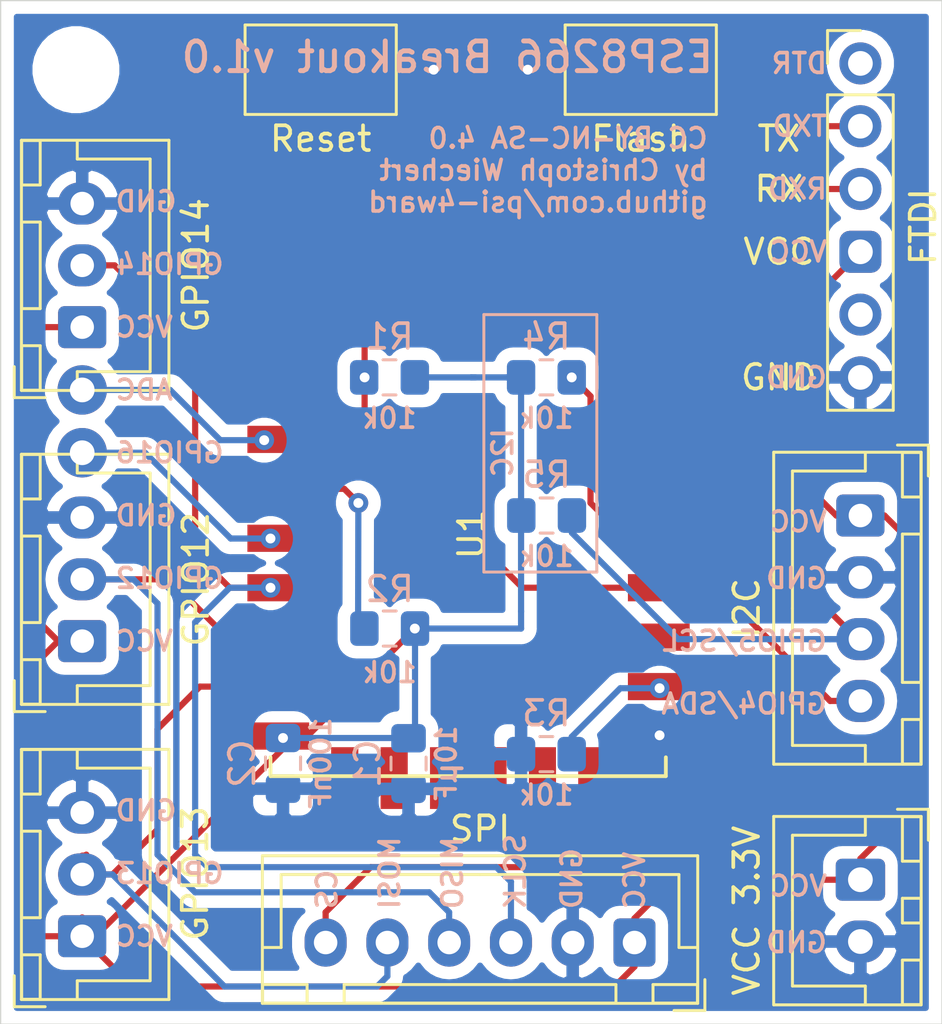
<source format=kicad_pcb>
(kicad_pcb (version 20171130) (host pcbnew 5.1.5)

  (general
    (thickness 1.6)
    (drawings 41)
    (tracks 155)
    (zones 0)
    (modules 20)
    (nets 16)
  )

  (page A4)
  (layers
    (0 F.Cu signal hide)
    (31 B.Cu signal hide)
    (32 B.Adhes user hide)
    (33 F.Adhes user hide)
    (34 B.Paste user)
    (35 F.Paste user hide)
    (36 B.SilkS user)
    (37 F.SilkS user hide)
    (38 B.Mask user)
    (39 F.Mask user hide)
    (40 Dwgs.User user hide)
    (41 Cmts.User user hide)
    (42 Eco1.User user hide)
    (43 Eco2.User user hide)
    (44 Edge.Cuts user)
    (45 Margin user hide)
    (46 B.CrtYd user)
    (47 F.CrtYd user hide)
    (48 B.Fab user)
    (49 F.Fab user hide)
  )

  (setup
    (last_trace_width 0.25)
    (trace_clearance 0.2)
    (zone_clearance 0.508)
    (zone_45_only no)
    (trace_min 0.2)
    (via_size 0.8)
    (via_drill 0.4)
    (via_min_size 0.4)
    (via_min_drill 0.3)
    (uvia_size 0.3)
    (uvia_drill 0.1)
    (uvias_allowed no)
    (uvia_min_size 0.2)
    (uvia_min_drill 0.1)
    (edge_width 0.05)
    (segment_width 0.2)
    (pcb_text_width 0.3)
    (pcb_text_size 1.5 1.5)
    (mod_edge_width 0.12)
    (mod_text_size 1 1)
    (mod_text_width 0.15)
    (pad_size 1.7 1.7)
    (pad_drill 1)
    (pad_to_mask_clearance 0.051)
    (solder_mask_min_width 0.25)
    (aux_axis_origin 0 0)
    (visible_elements FFFFFF7F)
    (pcbplotparams
      (layerselection 0x010f0_ffffffff)
      (usegerberextensions true)
      (usegerberattributes false)
      (usegerberadvancedattributes false)
      (creategerberjobfile false)
      (excludeedgelayer true)
      (linewidth 0.100000)
      (plotframeref false)
      (viasonmask false)
      (mode 1)
      (useauxorigin false)
      (hpglpennumber 1)
      (hpglpenspeed 20)
      (hpglpendiameter 15.000000)
      (psnegative false)
      (psa4output false)
      (plotreference true)
      (plotvalue true)
      (plotinvisibletext false)
      (padsonsilk false)
      (subtractmaskfromsilk false)
      (outputformat 1)
      (mirror false)
      (drillshape 0)
      (scaleselection 1)
      (outputdirectory "gerber"))
  )

  (net 0 "")
  (net 1 CH_PD)
  (net 2 VCC)
  (net 3 GPIO0)
  (net 4 TXD)
  (net 5 RXD)
  (net 6 GND)
  (net 7 GPIO5)
  (net 8 GPIO4)
  (net 9 GPIO15)
  (net 10 RESET)
  (net 11 GPIO14)
  (net 12 GPIO12)
  (net 13 GPIO13)
  (net 14 ADC)
  (net 15 GPIO16)

  (net_class Default "Dies ist die voreingestellte Netzklasse."
    (clearance 0.2)
    (trace_width 0.25)
    (via_dia 0.8)
    (via_drill 0.4)
    (uvia_dia 0.3)
    (uvia_drill 0.1)
    (add_net ADC)
    (add_net CH_PD)
    (add_net GND)
    (add_net GPIO0)
    (add_net GPIO12)
    (add_net GPIO13)
    (add_net GPIO14)
    (add_net GPIO15)
    (add_net GPIO16)
    (add_net GPIO4)
    (add_net GPIO5)
    (add_net RESET)
    (add_net RXD)
    (add_net TXD)
    (add_net VCC)
  )

  (module MountingHole:MountingHole_2.5mm (layer F.Cu) (tedit 56D1B4CB) (tstamp 5E17BC3A)
    (at 110.998 22.098)
    (descr "Mounting Hole 2.5mm, no annular")
    (tags "mounting hole 2.5mm no annular")
    (attr virtual)
    (fp_text reference REF** (at 0 -3.5) (layer F.SilkS) hide
      (effects (font (size 1 1) (thickness 0.15)))
    )
    (fp_text value MountingHole_2.5mm (at 0 3.5) (layer F.Fab) hide
      (effects (font (size 1 1) (thickness 0.15)))
    )
    (fp_circle (center 0 0) (end 2.75 0) (layer F.CrtYd) (width 0.05))
    (fp_circle (center 0 0) (end 2.5 0) (layer Cmts.User) (width 0.15))
    (fp_text user %R (at 0.3 0) (layer F.Fab) hide
      (effects (font (size 1 1) (thickness 0.15)))
    )
    (pad 1 np_thru_hole circle (at 0 0) (size 2.5 2.5) (drill 2.5) (layers *.Cu *.Mask))
  )

  (module footprints:Pin_simple_D1.0mm_L2.0mm (layer F.Cu) (tedit 5E1753C3) (tstamp 5E172FC4)
    (at 111.252 37.592)
    (descr "solder Pin_ diameter 1.0mm, hole diameter 1.2mm (loose fit), length 10.0mm")
    (tags "solder Pin_ loose fit")
    (path /5E167D66)
    (fp_text reference J9 (at 0 2.25) (layer F.SilkS) hide
      (effects (font (size 1 1) (thickness 0.15)))
    )
    (fp_text value GPIO16 (at 1.27 0) (layer B.SilkS)
      (effects (font (size 0.8 0.8) (thickness 0.15)) (justify right mirror))
    )
    (fp_text user %R (at 0 2.25) (layer F.Fab) hide
      (effects (font (size 1 1) (thickness 0.15)))
    )
    (fp_circle (center 0 0) (end 0.5 0) (layer F.Fab) (width 0.12))
    (fp_circle (center 0 0) (end 1.2 0) (layer F.Fab) (width 0.12))
    (pad 1 thru_hole circle (at 0 0) (size 2 2) (drill 1) (layers *.Cu *.Mask)
      (net 15 GPIO16))
    (model ${KISYS3DMOD}/Connector_Pin.3dshapes/Pin_D1.0mm_L10.0mm_LooseFit.wrl
      (at (xyz 0 0 0))
      (scale (xyz 1 1 1))
      (rotate (xyz 0 0 0))
    )
  )

  (module footprints:Pin_simple_D1.0mm_L2.0mm (layer F.Cu) (tedit 5E1753C3) (tstamp 5E172FAF)
    (at 111.252 35.052)
    (descr "solder Pin_ diameter 1.0mm, hole diameter 1.2mm (loose fit), length 10.0mm")
    (tags "solder Pin_ loose fit")
    (path /5E167502)
    (fp_text reference J8 (at 0 2.25) (layer F.SilkS) hide
      (effects (font (size 1 1) (thickness 0.15)))
    )
    (fp_text value ADC (at 1.27 0) (layer B.SilkS)
      (effects (font (size 0.8 0.8) (thickness 0.15)) (justify right mirror))
    )
    (fp_text user %R (at 0 2.25) (layer F.Fab) hide
      (effects (font (size 1 1) (thickness 0.15)))
    )
    (fp_circle (center 0 0) (end 0.5 0) (layer F.Fab) (width 0.12))
    (fp_circle (center 0 0) (end 1.2 0) (layer F.Fab) (width 0.12))
    (pad 1 thru_hole circle (at 0 0) (size 2 2) (drill 1) (layers *.Cu *.Mask)
      (net 14 ADC))
    (model ${KISYS3DMOD}/Connector_Pin.3dshapes/Pin_D1.0mm_L10.0mm_LooseFit.wrl
      (at (xyz 0 0 0))
      (scale (xyz 1 1 1))
      (rotate (xyz 0 0 0))
    )
  )

  (module ESP8266:ESP-12E_SMD (layer F.Cu) (tedit 58FB7FFE) (tstamp 5E16B6A6)
    (at 119.888 35.052)
    (descr "Module, ESP-8266, ESP-12, 16 pad, SMD")
    (tags "Module ESP-8266 ESP8266")
    (path /5E1800F8)
    (fp_text reference U1 (at 7.112 5.842 90) (layer F.SilkS)
      (effects (font (size 1 1) (thickness 0.15)))
    )
    (fp_text value ESP-12F (at 5.08 6.35 90) (layer F.Fab) hide
      (effects (font (size 1 1) (thickness 0.15)))
    )
    (fp_line (start -2.25 -0.5) (end -2.25 -8.75) (layer F.CrtYd) (width 0.05))
    (fp_line (start -2.25 -8.75) (end 15.25 -8.75) (layer F.CrtYd) (width 0.05))
    (fp_line (start 15.25 -8.75) (end 16.25 -8.75) (layer F.CrtYd) (width 0.05))
    (fp_line (start 16.25 -8.75) (end 16.25 16) (layer F.CrtYd) (width 0.05))
    (fp_line (start 16.25 16) (end -2.25 16) (layer F.CrtYd) (width 0.05))
    (fp_line (start -2.25 16) (end -2.25 -0.5) (layer F.CrtYd) (width 0.05))
    (fp_line (start -1.016 -8.382) (end 14.986 -8.382) (layer F.CrtYd) (width 0.1524))
    (fp_line (start 14.986 -8.382) (end 14.986 -0.889) (layer F.CrtYd) (width 0.1524))
    (fp_line (start -1.016 -8.382) (end -1.016 -1.016) (layer F.CrtYd) (width 0.1524))
    (fp_line (start -1.016 14.859) (end -1.016 15.621) (layer F.SilkS) (width 0.1524))
    (fp_line (start -1.016 15.621) (end 14.986 15.621) (layer F.SilkS) (width 0.1524))
    (fp_line (start 14.986 15.621) (end 14.986 14.859) (layer F.SilkS) (width 0.1524))
    (fp_line (start 14.992 -8.4) (end -1.008 -2.6) (layer F.CrtYd) (width 0.1524))
    (fp_line (start -1.008 -8.4) (end 14.992 -2.6) (layer F.CrtYd) (width 0.1524))
    (fp_text user "No Copper" (at 6.892 -5.4) (layer F.CrtYd)
      (effects (font (size 1 1) (thickness 0.15)))
    )
    (fp_line (start -1.008 -2.6) (end 14.992 -2.6) (layer F.CrtYd) (width 0.1524))
    (fp_line (start 15 -8.4) (end 15 15.6) (layer F.Fab) (width 0.05))
    (fp_line (start 14.992 15.6) (end -1.008 15.6) (layer F.Fab) (width 0.05))
    (fp_line (start -1.008 15.6) (end -1.008 -8.4) (layer F.Fab) (width 0.05))
    (fp_line (start -1.008 -8.4) (end 14.992 -8.4) (layer F.Fab) (width 0.05))
    (pad 1 smd rect (at 0 0) (size 2.5 1.1) (drill (offset -0.7 0)) (layers F.Cu F.Paste F.Mask)
      (net 10 RESET))
    (pad 2 smd rect (at 0 2) (size 2.5 1.1) (drill (offset -0.7 0)) (layers F.Cu F.Paste F.Mask)
      (net 14 ADC))
    (pad 3 smd rect (at 0 4) (size 2.5 1.1) (drill (offset -0.7 0)) (layers F.Cu F.Paste F.Mask)
      (net 1 CH_PD))
    (pad 4 smd rect (at 0 6) (size 2.5 1.1) (drill (offset -0.7 0)) (layers F.Cu F.Paste F.Mask)
      (net 15 GPIO16))
    (pad 5 smd rect (at 0 8) (size 2.5 1.1) (drill (offset -0.7 0)) (layers F.Cu F.Paste F.Mask)
      (net 11 GPIO14))
    (pad 6 smd rect (at 0 10) (size 2.5 1.1) (drill (offset -0.7 0)) (layers F.Cu F.Paste F.Mask)
      (net 12 GPIO12))
    (pad 7 smd rect (at 0 12) (size 2.5 1.1) (drill (offset -0.7 0)) (layers F.Cu F.Paste F.Mask)
      (net 13 GPIO13))
    (pad 8 smd rect (at 0 14) (size 2.5 1.1) (drill (offset -0.7 0)) (layers F.Cu F.Paste F.Mask)
      (net 2 VCC))
    (pad 9 smd rect (at 14 14) (size 2.5 1.1) (drill (offset 0.7 0)) (layers F.Cu F.Paste F.Mask)
      (net 6 GND))
    (pad 10 smd rect (at 14 12) (size 2.5 1.1) (drill (offset 0.7 0)) (layers F.Cu F.Paste F.Mask)
      (net 9 GPIO15))
    (pad 11 smd rect (at 14 10) (size 2.5 1.1) (drill (offset 0.7 0)) (layers F.Cu F.Paste F.Mask))
    (pad 12 smd rect (at 14 8) (size 2.5 1.1) (drill (offset 0.7 0)) (layers F.Cu F.Paste F.Mask)
      (net 3 GPIO0))
    (pad 13 smd rect (at 14 6) (size 2.5 1.1) (drill (offset 0.7 0)) (layers F.Cu F.Paste F.Mask)
      (net 8 GPIO4))
    (pad 14 smd rect (at 14 4) (size 2.5 1.1) (drill (offset 0.7 0)) (layers F.Cu F.Paste F.Mask)
      (net 7 GPIO5))
    (pad 15 smd rect (at 14 2) (size 2.5 1.1) (drill (offset 0.7 0)) (layers F.Cu F.Paste F.Mask)
      (net 5 RXD))
    (pad 16 smd rect (at 14 0) (size 2.5 1.1) (drill (offset 0.7 0)) (layers F.Cu F.Paste F.Mask)
      (net 4 TXD))
    (pad 17 smd rect (at 1.99 15 90) (size 2.5 1.1) (drill (offset -0.7 0)) (layers F.Cu F.Paste F.Mask))
    (pad 18 smd rect (at 3.99 15 90) (size 2.5 1.1) (drill (offset -0.7 0)) (layers F.Cu F.Paste F.Mask))
    (pad 19 smd rect (at 5.99 15 90) (size 2.5 1.1) (drill (offset -0.7 0)) (layers F.Cu F.Paste F.Mask))
    (pad 20 smd rect (at 7.99 15 90) (size 2.5 1.1) (drill (offset -0.7 0)) (layers F.Cu F.Paste F.Mask))
    (pad 21 smd rect (at 9.99 15 90) (size 2.5 1.1) (drill (offset -0.7 0)) (layers F.Cu F.Paste F.Mask))
    (pad 22 smd rect (at 11.99 15 90) (size 2.5 1.1) (drill (offset -0.7 0)) (layers F.Cu F.Paste F.Mask))
    (model ${ESPLIB}/ESP8266.3dshapes/ESP-12-E-better.wrl
      (at (xyz 0 0 0))
      (scale (xyz 0.3937 0.3937 0.3937))
      (rotate (xyz 0 0 0))
    )
  )

  (module Connector_JST:JST_XH_B6B-XH-A_1x06_P2.50mm_Vertical (layer F.Cu) (tedit 5C28146C) (tstamp 5E161409)
    (at 133.604 57.404 180)
    (descr "JST XH series connector, B6B-XH-A (http://www.jst-mfg.com/product/pdf/eng/eXH.pdf), generated with kicad-footprint-generator")
    (tags "connector JST XH vertical")
    (path /5E22991E)
    (fp_text reference J7 (at 6.25 -3.55) (layer F.SilkS) hide
      (effects (font (size 1 1) (thickness 0.15)))
    )
    (fp_text value SPI (at 6.25 4.6) (layer F.SilkS)
      (effects (font (size 1 1) (thickness 0.15)))
    )
    (fp_line (start -2.45 -2.35) (end -2.45 3.4) (layer F.Fab) (width 0.1))
    (fp_line (start -2.45 3.4) (end 14.95 3.4) (layer F.Fab) (width 0.1))
    (fp_line (start 14.95 3.4) (end 14.95 -2.35) (layer F.Fab) (width 0.1))
    (fp_line (start 14.95 -2.35) (end -2.45 -2.35) (layer F.Fab) (width 0.1))
    (fp_line (start -2.56 -2.46) (end -2.56 3.51) (layer F.SilkS) (width 0.12))
    (fp_line (start -2.56 3.51) (end 15.06 3.51) (layer F.SilkS) (width 0.12))
    (fp_line (start 15.06 3.51) (end 15.06 -2.46) (layer F.SilkS) (width 0.12))
    (fp_line (start 15.06 -2.46) (end -2.56 -2.46) (layer F.SilkS) (width 0.12))
    (fp_line (start -2.95 -2.85) (end -2.95 3.9) (layer F.CrtYd) (width 0.05))
    (fp_line (start -2.95 3.9) (end 15.45 3.9) (layer F.CrtYd) (width 0.05))
    (fp_line (start 15.45 3.9) (end 15.45 -2.85) (layer F.CrtYd) (width 0.05))
    (fp_line (start 15.45 -2.85) (end -2.95 -2.85) (layer F.CrtYd) (width 0.05))
    (fp_line (start -0.625 -2.35) (end 0 -1.35) (layer F.Fab) (width 0.1))
    (fp_line (start 0 -1.35) (end 0.625 -2.35) (layer F.Fab) (width 0.1))
    (fp_line (start 0.75 -2.45) (end 0.75 -1.7) (layer F.SilkS) (width 0.12))
    (fp_line (start 0.75 -1.7) (end 11.75 -1.7) (layer F.SilkS) (width 0.12))
    (fp_line (start 11.75 -1.7) (end 11.75 -2.45) (layer F.SilkS) (width 0.12))
    (fp_line (start 11.75 -2.45) (end 0.75 -2.45) (layer F.SilkS) (width 0.12))
    (fp_line (start -2.55 -2.45) (end -2.55 -1.7) (layer F.SilkS) (width 0.12))
    (fp_line (start -2.55 -1.7) (end -0.75 -1.7) (layer F.SilkS) (width 0.12))
    (fp_line (start -0.75 -1.7) (end -0.75 -2.45) (layer F.SilkS) (width 0.12))
    (fp_line (start -0.75 -2.45) (end -2.55 -2.45) (layer F.SilkS) (width 0.12))
    (fp_line (start 13.25 -2.45) (end 13.25 -1.7) (layer F.SilkS) (width 0.12))
    (fp_line (start 13.25 -1.7) (end 15.05 -1.7) (layer F.SilkS) (width 0.12))
    (fp_line (start 15.05 -1.7) (end 15.05 -2.45) (layer F.SilkS) (width 0.12))
    (fp_line (start 15.05 -2.45) (end 13.25 -2.45) (layer F.SilkS) (width 0.12))
    (fp_line (start -2.55 -0.2) (end -1.8 -0.2) (layer F.SilkS) (width 0.12))
    (fp_line (start -1.8 -0.2) (end -1.8 2.75) (layer F.SilkS) (width 0.12))
    (fp_line (start -1.8 2.75) (end 6.25 2.75) (layer F.SilkS) (width 0.12))
    (fp_line (start 15.05 -0.2) (end 14.3 -0.2) (layer F.SilkS) (width 0.12))
    (fp_line (start 14.3 -0.2) (end 14.3 2.75) (layer F.SilkS) (width 0.12))
    (fp_line (start 14.3 2.75) (end 6.25 2.75) (layer F.SilkS) (width 0.12))
    (fp_line (start -1.6 -2.75) (end -2.85 -2.75) (layer F.SilkS) (width 0.12))
    (fp_line (start -2.85 -2.75) (end -2.85 -1.5) (layer F.SilkS) (width 0.12))
    (pad 1 thru_hole roundrect (at 0 0 180) (size 1.7 1.95) (drill 0.95) (layers *.Cu *.Mask) (roundrect_rratio 0.147059)
      (net 2 VCC))
    (pad 2 thru_hole oval (at 2.5 0 180) (size 1.7 1.95) (drill 0.95) (layers *.Cu *.Mask)
      (net 6 GND))
    (pad 3 thru_hole oval (at 5 0 180) (size 1.7 1.95) (drill 0.95) (layers *.Cu *.Mask)
      (net 11 GPIO14))
    (pad 4 thru_hole oval (at 7.5 0 180) (size 1.7 1.95) (drill 0.95) (layers *.Cu *.Mask)
      (net 12 GPIO12))
    (pad 5 thru_hole oval (at 10 0 180) (size 1.7 1.95) (drill 0.95) (layers *.Cu *.Mask)
      (net 13 GPIO13))
    (pad 6 thru_hole oval (at 12.5 0 180) (size 1.7 1.95) (drill 0.95) (layers *.Cu *.Mask)
      (net 9 GPIO15))
    (model ${KISYS3DMOD}/Connector_JST.3dshapes/JST_XH_B6B-XH-A_1x06_P2.50mm_Vertical.wrl
      (at (xyz 0 0 0))
      (scale (xyz 1 1 1))
      (rotate (xyz 0 0 0))
    )
  )

  (module Connector_JST:JST_XH_B2B-XH-A_1x02_P2.50mm_Vertical (layer F.Cu) (tedit 5C28146C) (tstamp 5E161333)
    (at 142.748 54.864 270)
    (descr "JST XH series connector, B2B-XH-A (http://www.jst-mfg.com/product/pdf/eng/eXH.pdf), generated with kicad-footprint-generator")
    (tags "connector JST XH vertical")
    (path /5E1BC6EE)
    (fp_text reference J4 (at 1.25 -3.55 90) (layer F.SilkS) hide
      (effects (font (size 1 1) (thickness 0.15)))
    )
    (fp_text value "VCC 3.3V" (at 1.25 4.6 90) (layer F.SilkS)
      (effects (font (size 1 1) (thickness 0.15)))
    )
    (fp_line (start -2.45 -2.35) (end -2.45 3.4) (layer F.Fab) (width 0.1))
    (fp_line (start -2.45 3.4) (end 4.95 3.4) (layer F.Fab) (width 0.1))
    (fp_line (start 4.95 3.4) (end 4.95 -2.35) (layer F.Fab) (width 0.1))
    (fp_line (start 4.95 -2.35) (end -2.45 -2.35) (layer F.Fab) (width 0.1))
    (fp_line (start -2.56 -2.46) (end -2.56 3.51) (layer F.SilkS) (width 0.12))
    (fp_line (start -2.56 3.51) (end 5.06 3.51) (layer F.SilkS) (width 0.12))
    (fp_line (start 5.06 3.51) (end 5.06 -2.46) (layer F.SilkS) (width 0.12))
    (fp_line (start 5.06 -2.46) (end -2.56 -2.46) (layer F.SilkS) (width 0.12))
    (fp_line (start -2.95 -2.85) (end -2.95 3.9) (layer F.CrtYd) (width 0.05))
    (fp_line (start -2.95 3.9) (end 5.45 3.9) (layer F.CrtYd) (width 0.05))
    (fp_line (start 5.45 3.9) (end 5.45 -2.85) (layer F.CrtYd) (width 0.05))
    (fp_line (start 5.45 -2.85) (end -2.95 -2.85) (layer F.CrtYd) (width 0.05))
    (fp_line (start -0.625 -2.35) (end 0 -1.35) (layer F.Fab) (width 0.1))
    (fp_line (start 0 -1.35) (end 0.625 -2.35) (layer F.Fab) (width 0.1))
    (fp_line (start 0.75 -2.45) (end 0.75 -1.7) (layer F.SilkS) (width 0.12))
    (fp_line (start 0.75 -1.7) (end 1.75 -1.7) (layer F.SilkS) (width 0.12))
    (fp_line (start 1.75 -1.7) (end 1.75 -2.45) (layer F.SilkS) (width 0.12))
    (fp_line (start 1.75 -2.45) (end 0.75 -2.45) (layer F.SilkS) (width 0.12))
    (fp_line (start -2.55 -2.45) (end -2.55 -1.7) (layer F.SilkS) (width 0.12))
    (fp_line (start -2.55 -1.7) (end -0.75 -1.7) (layer F.SilkS) (width 0.12))
    (fp_line (start -0.75 -1.7) (end -0.75 -2.45) (layer F.SilkS) (width 0.12))
    (fp_line (start -0.75 -2.45) (end -2.55 -2.45) (layer F.SilkS) (width 0.12))
    (fp_line (start 3.25 -2.45) (end 3.25 -1.7) (layer F.SilkS) (width 0.12))
    (fp_line (start 3.25 -1.7) (end 5.05 -1.7) (layer F.SilkS) (width 0.12))
    (fp_line (start 5.05 -1.7) (end 5.05 -2.45) (layer F.SilkS) (width 0.12))
    (fp_line (start 5.05 -2.45) (end 3.25 -2.45) (layer F.SilkS) (width 0.12))
    (fp_line (start -2.55 -0.2) (end -1.8 -0.2) (layer F.SilkS) (width 0.12))
    (fp_line (start -1.8 -0.2) (end -1.8 2.75) (layer F.SilkS) (width 0.12))
    (fp_line (start -1.8 2.75) (end 1.25 2.75) (layer F.SilkS) (width 0.12))
    (fp_line (start 5.05 -0.2) (end 4.3 -0.2) (layer F.SilkS) (width 0.12))
    (fp_line (start 4.3 -0.2) (end 4.3 2.75) (layer F.SilkS) (width 0.12))
    (fp_line (start 4.3 2.75) (end 1.25 2.75) (layer F.SilkS) (width 0.12))
    (fp_line (start -1.6 -2.75) (end -2.85 -2.75) (layer F.SilkS) (width 0.12))
    (fp_line (start -2.85 -2.75) (end -2.85 -1.5) (layer F.SilkS) (width 0.12))
    (pad 1 thru_hole roundrect (at 0 0 270) (size 1.7 2) (drill 1) (layers *.Cu *.Mask) (roundrect_rratio 0.147059)
      (net 2 VCC))
    (pad 2 thru_hole oval (at 2.5 0 270) (size 1.7 2) (drill 1) (layers *.Cu *.Mask)
      (net 6 GND))
    (model ${KISYS3DMOD}/Connector_JST.3dshapes/JST_XH_B2B-XH-A_1x02_P2.50mm_Vertical.wrl
      (at (xyz 0 0 0))
      (scale (xyz 1 1 1))
      (rotate (xyz 0 0 0))
    )
  )

  (module Connector_JST:JST_XH_B4B-XH-A_1x04_P2.50mm_Vertical (layer F.Cu) (tedit 5C28146C) (tstamp 5E16135E)
    (at 142.748 40.132 270)
    (descr "JST XH series connector, B4B-XH-A (http://www.jst-mfg.com/product/pdf/eng/eXH.pdf), generated with kicad-footprint-generator")
    (tags "connector JST XH vertical")
    (path /5E1CAE08)
    (fp_text reference J6 (at 3.75 -3.55 90) (layer F.SilkS) hide
      (effects (font (size 1 1) (thickness 0.15)))
    )
    (fp_text value I2C (at 3.75 4.6 90) (layer F.SilkS)
      (effects (font (size 1 1) (thickness 0.15)))
    )
    (fp_line (start -2.45 -2.35) (end -2.45 3.4) (layer F.Fab) (width 0.1))
    (fp_line (start -2.45 3.4) (end 9.95 3.4) (layer F.Fab) (width 0.1))
    (fp_line (start 9.95 3.4) (end 9.95 -2.35) (layer F.Fab) (width 0.1))
    (fp_line (start 9.95 -2.35) (end -2.45 -2.35) (layer F.Fab) (width 0.1))
    (fp_line (start -2.56 -2.46) (end -2.56 3.51) (layer F.SilkS) (width 0.12))
    (fp_line (start -2.56 3.51) (end 10.06 3.51) (layer F.SilkS) (width 0.12))
    (fp_line (start 10.06 3.51) (end 10.06 -2.46) (layer F.SilkS) (width 0.12))
    (fp_line (start 10.06 -2.46) (end -2.56 -2.46) (layer F.SilkS) (width 0.12))
    (fp_line (start -2.95 -2.85) (end -2.95 3.9) (layer F.CrtYd) (width 0.05))
    (fp_line (start -2.95 3.9) (end 10.45 3.9) (layer F.CrtYd) (width 0.05))
    (fp_line (start 10.45 3.9) (end 10.45 -2.85) (layer F.CrtYd) (width 0.05))
    (fp_line (start 10.45 -2.85) (end -2.95 -2.85) (layer F.CrtYd) (width 0.05))
    (fp_line (start -0.625 -2.35) (end 0 -1.35) (layer F.Fab) (width 0.1))
    (fp_line (start 0 -1.35) (end 0.625 -2.35) (layer F.Fab) (width 0.1))
    (fp_line (start 0.75 -2.45) (end 0.75 -1.7) (layer F.SilkS) (width 0.12))
    (fp_line (start 0.75 -1.7) (end 6.75 -1.7) (layer F.SilkS) (width 0.12))
    (fp_line (start 6.75 -1.7) (end 6.75 -2.45) (layer F.SilkS) (width 0.12))
    (fp_line (start 6.75 -2.45) (end 0.75 -2.45) (layer F.SilkS) (width 0.12))
    (fp_line (start -2.55 -2.45) (end -2.55 -1.7) (layer F.SilkS) (width 0.12))
    (fp_line (start -2.55 -1.7) (end -0.75 -1.7) (layer F.SilkS) (width 0.12))
    (fp_line (start -0.75 -1.7) (end -0.75 -2.45) (layer F.SilkS) (width 0.12))
    (fp_line (start -0.75 -2.45) (end -2.55 -2.45) (layer F.SilkS) (width 0.12))
    (fp_line (start 8.25 -2.45) (end 8.25 -1.7) (layer F.SilkS) (width 0.12))
    (fp_line (start 8.25 -1.7) (end 10.05 -1.7) (layer F.SilkS) (width 0.12))
    (fp_line (start 10.05 -1.7) (end 10.05 -2.45) (layer F.SilkS) (width 0.12))
    (fp_line (start 10.05 -2.45) (end 8.25 -2.45) (layer F.SilkS) (width 0.12))
    (fp_line (start -2.55 -0.2) (end -1.8 -0.2) (layer F.SilkS) (width 0.12))
    (fp_line (start -1.8 -0.2) (end -1.8 2.75) (layer F.SilkS) (width 0.12))
    (fp_line (start -1.8 2.75) (end 3.75 2.75) (layer F.SilkS) (width 0.12))
    (fp_line (start 10.05 -0.2) (end 9.3 -0.2) (layer F.SilkS) (width 0.12))
    (fp_line (start 9.3 -0.2) (end 9.3 2.75) (layer F.SilkS) (width 0.12))
    (fp_line (start 9.3 2.75) (end 3.75 2.75) (layer F.SilkS) (width 0.12))
    (fp_line (start -1.6 -2.75) (end -2.85 -2.75) (layer F.SilkS) (width 0.12))
    (fp_line (start -2.85 -2.75) (end -2.85 -1.5) (layer F.SilkS) (width 0.12))
    (pad 1 thru_hole roundrect (at 0 0 270) (size 1.7 1.95) (drill 0.95) (layers *.Cu *.Mask) (roundrect_rratio 0.147059)
      (net 2 VCC))
    (pad 2 thru_hole oval (at 2.5 0 270) (size 1.7 1.95) (drill 0.95) (layers *.Cu *.Mask)
      (net 6 GND))
    (pad 3 thru_hole oval (at 5 0 270) (size 1.7 1.95) (drill 0.95) (layers *.Cu *.Mask)
      (net 7 GPIO5))
    (pad 4 thru_hole oval (at 7.5 0 270) (size 1.7 1.95) (drill 0.95) (layers *.Cu *.Mask)
      (net 8 GPIO4))
    (model ${KISYS3DMOD}/Connector_JST.3dshapes/JST_XH_B4B-XH-A_1x04_P2.50mm_Vertical.wrl
      (at (xyz 0 0 0))
      (scale (xyz 1 1 1))
      (rotate (xyz 0 0 0))
    )
  )

  (module Connector_JST:JST_XH_B3B-XH-A_1x03_P2.50mm_Vertical (layer F.Cu) (tedit 5C28146C) (tstamp 5E161388)
    (at 111.252 45.212 90)
    (descr "JST XH series connector, B3B-XH-A (http://www.jst-mfg.com/product/pdf/eng/eXH.pdf), generated with kicad-footprint-generator")
    (tags "connector JST XH vertical")
    (path /5E1C6D98)
    (fp_text reference J1 (at 2.5 -3.55 90) (layer F.SilkS) hide
      (effects (font (size 1 1) (thickness 0.15)))
    )
    (fp_text value GPIO12 (at 2.5 4.6 90) (layer F.SilkS)
      (effects (font (size 1 1) (thickness 0.15)))
    )
    (fp_line (start -2.45 -2.35) (end -2.45 3.4) (layer F.Fab) (width 0.1))
    (fp_line (start -2.45 3.4) (end 7.45 3.4) (layer F.Fab) (width 0.1))
    (fp_line (start 7.45 3.4) (end 7.45 -2.35) (layer F.Fab) (width 0.1))
    (fp_line (start 7.45 -2.35) (end -2.45 -2.35) (layer F.Fab) (width 0.1))
    (fp_line (start -2.56 -2.46) (end -2.56 3.51) (layer F.SilkS) (width 0.12))
    (fp_line (start -2.56 3.51) (end 7.56 3.51) (layer F.SilkS) (width 0.12))
    (fp_line (start 7.56 3.51) (end 7.56 -2.46) (layer F.SilkS) (width 0.12))
    (fp_line (start 7.56 -2.46) (end -2.56 -2.46) (layer F.SilkS) (width 0.12))
    (fp_line (start -2.95 -2.85) (end -2.95 3.9) (layer F.CrtYd) (width 0.05))
    (fp_line (start -2.95 3.9) (end 7.95 3.9) (layer F.CrtYd) (width 0.05))
    (fp_line (start 7.95 3.9) (end 7.95 -2.85) (layer F.CrtYd) (width 0.05))
    (fp_line (start 7.95 -2.85) (end -2.95 -2.85) (layer F.CrtYd) (width 0.05))
    (fp_line (start -0.625 -2.35) (end 0 -1.35) (layer F.Fab) (width 0.1))
    (fp_line (start 0 -1.35) (end 0.625 -2.35) (layer F.Fab) (width 0.1))
    (fp_line (start 0.75 -2.45) (end 0.75 -1.7) (layer F.SilkS) (width 0.12))
    (fp_line (start 0.75 -1.7) (end 4.25 -1.7) (layer F.SilkS) (width 0.12))
    (fp_line (start 4.25 -1.7) (end 4.25 -2.45) (layer F.SilkS) (width 0.12))
    (fp_line (start 4.25 -2.45) (end 0.75 -2.45) (layer F.SilkS) (width 0.12))
    (fp_line (start -2.55 -2.45) (end -2.55 -1.7) (layer F.SilkS) (width 0.12))
    (fp_line (start -2.55 -1.7) (end -0.75 -1.7) (layer F.SilkS) (width 0.12))
    (fp_line (start -0.75 -1.7) (end -0.75 -2.45) (layer F.SilkS) (width 0.12))
    (fp_line (start -0.75 -2.45) (end -2.55 -2.45) (layer F.SilkS) (width 0.12))
    (fp_line (start 5.75 -2.45) (end 5.75 -1.7) (layer F.SilkS) (width 0.12))
    (fp_line (start 5.75 -1.7) (end 7.55 -1.7) (layer F.SilkS) (width 0.12))
    (fp_line (start 7.55 -1.7) (end 7.55 -2.45) (layer F.SilkS) (width 0.12))
    (fp_line (start 7.55 -2.45) (end 5.75 -2.45) (layer F.SilkS) (width 0.12))
    (fp_line (start -2.55 -0.2) (end -1.8 -0.2) (layer F.SilkS) (width 0.12))
    (fp_line (start -1.8 -0.2) (end -1.8 2.75) (layer F.SilkS) (width 0.12))
    (fp_line (start -1.8 2.75) (end 2.5 2.75) (layer F.SilkS) (width 0.12))
    (fp_line (start 7.55 -0.2) (end 6.8 -0.2) (layer F.SilkS) (width 0.12))
    (fp_line (start 6.8 -0.2) (end 6.8 2.75) (layer F.SilkS) (width 0.12))
    (fp_line (start 6.8 2.75) (end 2.5 2.75) (layer F.SilkS) (width 0.12))
    (fp_line (start -1.6 -2.75) (end -2.85 -2.75) (layer F.SilkS) (width 0.12))
    (fp_line (start -2.85 -2.75) (end -2.85 -1.5) (layer F.SilkS) (width 0.12))
    (pad 1 thru_hole roundrect (at 0 0 90) (size 1.7 1.95) (drill 0.95) (layers *.Cu *.Mask) (roundrect_rratio 0.147059)
      (net 2 VCC))
    (pad 2 thru_hole oval (at 2.5 0 90) (size 1.7 1.95) (drill 0.95) (layers *.Cu *.Mask)
      (net 12 GPIO12))
    (pad 3 thru_hole oval (at 5 0 90) (size 1.7 1.95) (drill 0.95) (layers *.Cu *.Mask)
      (net 6 GND))
    (model ${KISYS3DMOD}/Connector_JST.3dshapes/JST_XH_B3B-XH-A_1x03_P2.50mm_Vertical.wrl
      (at (xyz 0 0 0))
      (scale (xyz 1 1 1))
      (rotate (xyz 0 0 0))
    )
  )

  (module Connector_JST:JST_XH_B3B-XH-A_1x03_P2.50mm_Vertical (layer F.Cu) (tedit 5C28146C) (tstamp 5E1613B2)
    (at 111.252 57.15 90)
    (descr "JST XH series connector, B3B-XH-A (http://www.jst-mfg.com/product/pdf/eng/eXH.pdf), generated with kicad-footprint-generator")
    (tags "connector JST XH vertical")
    (path /5E1C750D)
    (fp_text reference J3 (at 2.5 -3.55 90) (layer F.SilkS) hide
      (effects (font (size 1 1) (thickness 0.15)))
    )
    (fp_text value GPIO13 (at 2.54 4.572 270) (layer F.SilkS)
      (effects (font (size 1 1) (thickness 0.15)))
    )
    (fp_line (start -2.85 -2.75) (end -2.85 -1.5) (layer F.SilkS) (width 0.12))
    (fp_line (start -1.6 -2.75) (end -2.85 -2.75) (layer F.SilkS) (width 0.12))
    (fp_line (start 6.8 2.75) (end 2.5 2.75) (layer F.SilkS) (width 0.12))
    (fp_line (start 6.8 -0.2) (end 6.8 2.75) (layer F.SilkS) (width 0.12))
    (fp_line (start 7.55 -0.2) (end 6.8 -0.2) (layer F.SilkS) (width 0.12))
    (fp_line (start -1.8 2.75) (end 2.5 2.75) (layer F.SilkS) (width 0.12))
    (fp_line (start -1.8 -0.2) (end -1.8 2.75) (layer F.SilkS) (width 0.12))
    (fp_line (start -2.55 -0.2) (end -1.8 -0.2) (layer F.SilkS) (width 0.12))
    (fp_line (start 7.55 -2.45) (end 5.75 -2.45) (layer F.SilkS) (width 0.12))
    (fp_line (start 7.55 -1.7) (end 7.55 -2.45) (layer F.SilkS) (width 0.12))
    (fp_line (start 5.75 -1.7) (end 7.55 -1.7) (layer F.SilkS) (width 0.12))
    (fp_line (start 5.75 -2.45) (end 5.75 -1.7) (layer F.SilkS) (width 0.12))
    (fp_line (start -0.75 -2.45) (end -2.55 -2.45) (layer F.SilkS) (width 0.12))
    (fp_line (start -0.75 -1.7) (end -0.75 -2.45) (layer F.SilkS) (width 0.12))
    (fp_line (start -2.55 -1.7) (end -0.75 -1.7) (layer F.SilkS) (width 0.12))
    (fp_line (start -2.55 -2.45) (end -2.55 -1.7) (layer F.SilkS) (width 0.12))
    (fp_line (start 4.25 -2.45) (end 0.75 -2.45) (layer F.SilkS) (width 0.12))
    (fp_line (start 4.25 -1.7) (end 4.25 -2.45) (layer F.SilkS) (width 0.12))
    (fp_line (start 0.75 -1.7) (end 4.25 -1.7) (layer F.SilkS) (width 0.12))
    (fp_line (start 0.75 -2.45) (end 0.75 -1.7) (layer F.SilkS) (width 0.12))
    (fp_line (start 0 -1.35) (end 0.625 -2.35) (layer F.Fab) (width 0.1))
    (fp_line (start -0.625 -2.35) (end 0 -1.35) (layer F.Fab) (width 0.1))
    (fp_line (start 7.95 -2.85) (end -2.95 -2.85) (layer F.CrtYd) (width 0.05))
    (fp_line (start 7.95 3.9) (end 7.95 -2.85) (layer F.CrtYd) (width 0.05))
    (fp_line (start -2.95 3.9) (end 7.95 3.9) (layer F.CrtYd) (width 0.05))
    (fp_line (start -2.95 -2.85) (end -2.95 3.9) (layer F.CrtYd) (width 0.05))
    (fp_line (start 7.56 -2.46) (end -2.56 -2.46) (layer F.SilkS) (width 0.12))
    (fp_line (start 7.56 3.51) (end 7.56 -2.46) (layer F.SilkS) (width 0.12))
    (fp_line (start -2.56 3.51) (end 7.56 3.51) (layer F.SilkS) (width 0.12))
    (fp_line (start -2.56 -2.46) (end -2.56 3.51) (layer F.SilkS) (width 0.12))
    (fp_line (start 7.45 -2.35) (end -2.45 -2.35) (layer F.Fab) (width 0.1))
    (fp_line (start 7.45 3.4) (end 7.45 -2.35) (layer F.Fab) (width 0.1))
    (fp_line (start -2.45 3.4) (end 7.45 3.4) (layer F.Fab) (width 0.1))
    (fp_line (start -2.45 -2.35) (end -2.45 3.4) (layer F.Fab) (width 0.1))
    (pad 3 thru_hole oval (at 5 0 90) (size 1.7 1.95) (drill 0.95) (layers *.Cu *.Mask)
      (net 6 GND))
    (pad 2 thru_hole oval (at 2.5 0 90) (size 1.7 1.95) (drill 0.95) (layers *.Cu *.Mask)
      (net 13 GPIO13))
    (pad 1 thru_hole roundrect (at 0 0 90) (size 1.7 1.95) (drill 0.95) (layers *.Cu *.Mask) (roundrect_rratio 0.147059)
      (net 2 VCC))
    (model ${KISYS3DMOD}/Connector_JST.3dshapes/JST_XH_B3B-XH-A_1x03_P2.50mm_Vertical.wrl
      (at (xyz 0 0 0))
      (scale (xyz 1 1 1))
      (rotate (xyz 0 0 0))
    )
  )

  (module Connector_JST:JST_XH_B3B-XH-A_1x03_P2.50mm_Vertical (layer F.Cu) (tedit 5C28146C) (tstamp 5E16BADB)
    (at 111.252 32.512 90)
    (descr "JST XH series connector, B3B-XH-A (http://www.jst-mfg.com/product/pdf/eng/eXH.pdf), generated with kicad-footprint-generator")
    (tags "connector JST XH vertical")
    (path /5E1C7CA4)
    (fp_text reference J5 (at 2.5 -3.55 90) (layer F.SilkS) hide
      (effects (font (size 1 1) (thickness 0.15)))
    )
    (fp_text value GPIO14 (at 2.5 4.6 90) (layer F.SilkS)
      (effects (font (size 1 1) (thickness 0.15)))
    )
    (fp_line (start -2.45 -2.35) (end -2.45 3.4) (layer F.Fab) (width 0.1))
    (fp_line (start -2.45 3.4) (end 7.45 3.4) (layer F.Fab) (width 0.1))
    (fp_line (start 7.45 3.4) (end 7.45 -2.35) (layer F.Fab) (width 0.1))
    (fp_line (start 7.45 -2.35) (end -2.45 -2.35) (layer F.Fab) (width 0.1))
    (fp_line (start -2.56 -2.46) (end -2.56 3.51) (layer F.SilkS) (width 0.12))
    (fp_line (start -2.56 3.51) (end 7.56 3.51) (layer F.SilkS) (width 0.12))
    (fp_line (start 7.56 3.51) (end 7.56 -2.46) (layer F.SilkS) (width 0.12))
    (fp_line (start 7.56 -2.46) (end -2.56 -2.46) (layer F.SilkS) (width 0.12))
    (fp_line (start -2.95 -2.85) (end -2.95 3.9) (layer F.CrtYd) (width 0.05))
    (fp_line (start -2.95 3.9) (end 7.95 3.9) (layer F.CrtYd) (width 0.05))
    (fp_line (start 7.95 3.9) (end 7.95 -2.85) (layer F.CrtYd) (width 0.05))
    (fp_line (start 7.95 -2.85) (end -2.95 -2.85) (layer F.CrtYd) (width 0.05))
    (fp_line (start -0.625 -2.35) (end 0 -1.35) (layer F.Fab) (width 0.1))
    (fp_line (start 0 -1.35) (end 0.625 -2.35) (layer F.Fab) (width 0.1))
    (fp_line (start 0.75 -2.45) (end 0.75 -1.7) (layer F.SilkS) (width 0.12))
    (fp_line (start 0.75 -1.7) (end 4.25 -1.7) (layer F.SilkS) (width 0.12))
    (fp_line (start 4.25 -1.7) (end 4.25 -2.45) (layer F.SilkS) (width 0.12))
    (fp_line (start 4.25 -2.45) (end 0.75 -2.45) (layer F.SilkS) (width 0.12))
    (fp_line (start -2.55 -2.45) (end -2.55 -1.7) (layer F.SilkS) (width 0.12))
    (fp_line (start -2.55 -1.7) (end -0.75 -1.7) (layer F.SilkS) (width 0.12))
    (fp_line (start -0.75 -1.7) (end -0.75 -2.45) (layer F.SilkS) (width 0.12))
    (fp_line (start -0.75 -2.45) (end -2.55 -2.45) (layer F.SilkS) (width 0.12))
    (fp_line (start 5.75 -2.45) (end 5.75 -1.7) (layer F.SilkS) (width 0.12))
    (fp_line (start 5.75 -1.7) (end 7.55 -1.7) (layer F.SilkS) (width 0.12))
    (fp_line (start 7.55 -1.7) (end 7.55 -2.45) (layer F.SilkS) (width 0.12))
    (fp_line (start 7.55 -2.45) (end 5.75 -2.45) (layer F.SilkS) (width 0.12))
    (fp_line (start -2.55 -0.2) (end -1.8 -0.2) (layer F.SilkS) (width 0.12))
    (fp_line (start -1.8 -0.2) (end -1.8 2.75) (layer F.SilkS) (width 0.12))
    (fp_line (start -1.8 2.75) (end 2.5 2.75) (layer F.SilkS) (width 0.12))
    (fp_line (start 7.55 -0.2) (end 6.8 -0.2) (layer F.SilkS) (width 0.12))
    (fp_line (start 6.8 -0.2) (end 6.8 2.75) (layer F.SilkS) (width 0.12))
    (fp_line (start 6.8 2.75) (end 2.5 2.75) (layer F.SilkS) (width 0.12))
    (fp_line (start -1.6 -2.75) (end -2.85 -2.75) (layer F.SilkS) (width 0.12))
    (fp_line (start -2.85 -2.75) (end -2.85 -1.5) (layer F.SilkS) (width 0.12))
    (pad 1 thru_hole roundrect (at 0 0 90) (size 1.7 1.95) (drill 0.95) (layers *.Cu *.Mask) (roundrect_rratio 0.147059)
      (net 2 VCC))
    (pad 2 thru_hole oval (at 2.5 0 90) (size 1.7 1.95) (drill 0.95) (layers *.Cu *.Mask)
      (net 11 GPIO14))
    (pad 3 thru_hole oval (at 5 0 90) (size 1.7 1.95) (drill 0.95) (layers *.Cu *.Mask)
      (net 6 GND))
    (model ${KISYS3DMOD}/Connector_JST.3dshapes/JST_XH_B3B-XH-A_1x03_P2.50mm_Vertical.wrl
      (at (xyz 0 0 0))
      (scale (xyz 1 1 1))
      (rotate (xyz 0 0 0))
    )
  )

  (module Resistor_SMD:R_0805_2012Metric_Pad1.15x1.40mm_HandSolder (layer B.Cu) (tedit 5B36C52B) (tstamp 5E16142B)
    (at 123.698 44.704)
    (descr "Resistor SMD 0805 (2012 Metric), square (rectangular) end terminal, IPC_7351 nominal with elongated pad for handsoldering. (Body size source: https://docs.google.com/spreadsheets/d/1BsfQQcO9C6DZCsRaXUlFlo91Tg2WpOkGARC1WS5S8t0/edit?usp=sharing), generated with kicad-footprint-generator")
    (tags "resistor handsolder")
    (path /5E18843A)
    (attr smd)
    (fp_text reference R2 (at -0.001756 -1.596508 180) (layer B.SilkS)
      (effects (font (size 1 1) (thickness 0.15)) (justify mirror))
    )
    (fp_text value 10k (at 0 1.778 180) (layer B.SilkS)
      (effects (font (size 0.8 0.8) (thickness 0.15)) (justify mirror))
    )
    (fp_line (start -1 -0.6) (end -1 0.6) (layer B.Fab) (width 0.1))
    (fp_line (start -1 0.6) (end 1 0.6) (layer B.Fab) (width 0.1))
    (fp_line (start 1 0.6) (end 1 -0.6) (layer B.Fab) (width 0.1))
    (fp_line (start 1 -0.6) (end -1 -0.6) (layer B.Fab) (width 0.1))
    (fp_line (start -0.261252 0.71) (end 0.261252 0.71) (layer B.SilkS) (width 0.12))
    (fp_line (start -0.261252 -0.71) (end 0.261252 -0.71) (layer B.SilkS) (width 0.12))
    (fp_line (start -1.85 -0.95) (end -1.85 0.95) (layer B.CrtYd) (width 0.05))
    (fp_line (start -1.85 0.95) (end 1.85 0.95) (layer B.CrtYd) (width 0.05))
    (fp_line (start 1.85 0.95) (end 1.85 -0.95) (layer B.CrtYd) (width 0.05))
    (fp_line (start 1.85 -0.95) (end -1.85 -0.95) (layer B.CrtYd) (width 0.05))
    (fp_text user %R (at 0 0 180) (layer B.Fab)
      (effects (font (size 0.5 0.5) (thickness 0.08)) (justify mirror))
    )
    (pad 1 smd roundrect (at -1.025 0) (size 1.15 1.4) (layers B.Cu B.Paste B.Mask) (roundrect_rratio 0.217391)
      (net 1 CH_PD))
    (pad 2 smd roundrect (at 1.025 0) (size 1.15 1.4) (layers B.Cu B.Paste B.Mask) (roundrect_rratio 0.217391)
      (net 2 VCC))
    (model ${KISYS3DMOD}/Resistor_SMD.3dshapes/R_0805_2012Metric.wrl
      (at (xyz 0 0 0))
      (scale (xyz 1 1 1))
      (rotate (xyz 0 0 0))
    )
  )

  (module Resistor_SMD:R_0805_2012Metric_Pad1.15x1.40mm_HandSolder (layer B.Cu) (tedit 5B36C52B) (tstamp 5E16145E)
    (at 130.039 49.784 180)
    (descr "Resistor SMD 0805 (2012 Metric), square (rectangular) end terminal, IPC_7351 nominal with elongated pad for handsoldering. (Body size source: https://docs.google.com/spreadsheets/d/1BsfQQcO9C6DZCsRaXUlFlo91Tg2WpOkGARC1WS5S8t0/edit?usp=sharing), generated with kicad-footprint-generator")
    (tags "resistor handsolder")
    (path /5E18FE45)
    (attr smd)
    (fp_text reference R3 (at 0 1.65 180) (layer B.SilkS)
      (effects (font (size 1 1) (thickness 0.15)) (justify mirror))
    )
    (fp_text value 10k (at 0 -1.65 180) (layer B.SilkS)
      (effects (font (size 0.8 0.8) (thickness 0.15)) (justify mirror))
    )
    (fp_text user %R (at 0 0 180) (layer B.Fab)
      (effects (font (size 0.5 0.5) (thickness 0.08)) (justify mirror))
    )
    (fp_line (start 1.85 -0.95) (end -1.85 -0.95) (layer B.CrtYd) (width 0.05))
    (fp_line (start 1.85 0.95) (end 1.85 -0.95) (layer B.CrtYd) (width 0.05))
    (fp_line (start -1.85 0.95) (end 1.85 0.95) (layer B.CrtYd) (width 0.05))
    (fp_line (start -1.85 -0.95) (end -1.85 0.95) (layer B.CrtYd) (width 0.05))
    (fp_line (start -0.261252 -0.71) (end 0.261252 -0.71) (layer B.SilkS) (width 0.12))
    (fp_line (start -0.261252 0.71) (end 0.261252 0.71) (layer B.SilkS) (width 0.12))
    (fp_line (start 1 -0.6) (end -1 -0.6) (layer B.Fab) (width 0.1))
    (fp_line (start 1 0.6) (end 1 -0.6) (layer B.Fab) (width 0.1))
    (fp_line (start -1 0.6) (end 1 0.6) (layer B.Fab) (width 0.1))
    (fp_line (start -1 -0.6) (end -1 0.6) (layer B.Fab) (width 0.1))
    (pad 2 smd roundrect (at 1.025 0 180) (size 1.15 1.4) (layers B.Cu B.Paste B.Mask) (roundrect_rratio 0.217391)
      (net 6 GND))
    (pad 1 smd roundrect (at -1.025 0 180) (size 1.15 1.4) (layers B.Cu B.Paste B.Mask) (roundrect_rratio 0.217391)
      (net 9 GPIO15))
    (model ${KISYS3DMOD}/Resistor_SMD.3dshapes/R_0805_2012Metric.wrl
      (at (xyz 0 0 0))
      (scale (xyz 1 1 1))
      (rotate (xyz 0 0 0))
    )
  )

  (module Resistor_SMD:R_0805_2012Metric_Pad1.15x1.40mm_HandSolder (layer B.Cu) (tedit 5B36C52B) (tstamp 5E161480)
    (at 130.039 34.544 180)
    (descr "Resistor SMD 0805 (2012 Metric), square (rectangular) end terminal, IPC_7351 nominal with elongated pad for handsoldering. (Body size source: https://docs.google.com/spreadsheets/d/1BsfQQcO9C6DZCsRaXUlFlo91Tg2WpOkGARC1WS5S8t0/edit?usp=sharing), generated with kicad-footprint-generator")
    (tags "resistor handsolder")
    (path /5E1DA8AA)
    (attr smd)
    (fp_text reference R4 (at 0 1.65 180) (layer B.SilkS)
      (effects (font (size 1 1) (thickness 0.15)) (justify mirror))
    )
    (fp_text value 10k (at 0 -1.65 180) (layer B.SilkS)
      (effects (font (size 0.8 0.8) (thickness 0.15)) (justify mirror))
    )
    (fp_line (start -1 -0.6) (end -1 0.6) (layer B.Fab) (width 0.1))
    (fp_line (start -1 0.6) (end 1 0.6) (layer B.Fab) (width 0.1))
    (fp_line (start 1 0.6) (end 1 -0.6) (layer B.Fab) (width 0.1))
    (fp_line (start 1 -0.6) (end -1 -0.6) (layer B.Fab) (width 0.1))
    (fp_line (start -0.261252 0.71) (end 0.261252 0.71) (layer B.SilkS) (width 0.12))
    (fp_line (start -0.261252 -0.71) (end 0.261252 -0.71) (layer B.SilkS) (width 0.12))
    (fp_line (start -1.85 -0.95) (end -1.85 0.95) (layer B.CrtYd) (width 0.05))
    (fp_line (start -1.85 0.95) (end 1.85 0.95) (layer B.CrtYd) (width 0.05))
    (fp_line (start 1.85 0.95) (end 1.85 -0.95) (layer B.CrtYd) (width 0.05))
    (fp_line (start 1.85 -0.95) (end -1.85 -0.95) (layer B.CrtYd) (width 0.05))
    (fp_text user %R (at 0 0 180) (layer B.Fab)
      (effects (font (size 0.5 0.5) (thickness 0.08)) (justify mirror))
    )
    (pad 1 smd roundrect (at -1.025 0 180) (size 1.15 1.4) (layers B.Cu B.Paste B.Mask) (roundrect_rratio 0.217391)
      (net 8 GPIO4))
    (pad 2 smd roundrect (at 1.025 0 180) (size 1.15 1.4) (layers B.Cu B.Paste B.Mask) (roundrect_rratio 0.217391)
      (net 2 VCC))
    (model ${KISYS3DMOD}/Resistor_SMD.3dshapes/R_0805_2012Metric.wrl
      (at (xyz 0 0 0))
      (scale (xyz 1 1 1))
      (rotate (xyz 0 0 0))
    )
  )

  (module Resistor_SMD:R_0805_2012Metric_Pad1.15x1.40mm_HandSolder (layer B.Cu) (tedit 5B36C52B) (tstamp 5E161491)
    (at 130.048 40.132 180)
    (descr "Resistor SMD 0805 (2012 Metric), square (rectangular) end terminal, IPC_7351 nominal with elongated pad for handsoldering. (Body size source: https://docs.google.com/spreadsheets/d/1BsfQQcO9C6DZCsRaXUlFlo91Tg2WpOkGARC1WS5S8t0/edit?usp=sharing), generated with kicad-footprint-generator")
    (tags "resistor handsolder")
    (path /5E1DE301)
    (attr smd)
    (fp_text reference R5 (at 0 1.65 180) (layer B.SilkS)
      (effects (font (size 1 1) (thickness 0.15)) (justify mirror))
    )
    (fp_text value 10k (at 0 -1.65 180) (layer B.SilkS)
      (effects (font (size 0.8 0.8) (thickness 0.15)) (justify mirror))
    )
    (fp_text user %R (at 0 0 180) (layer B.Fab)
      (effects (font (size 0.5 0.5) (thickness 0.08)) (justify mirror))
    )
    (fp_line (start 1.85 -0.95) (end -1.85 -0.95) (layer B.CrtYd) (width 0.05))
    (fp_line (start 1.85 0.95) (end 1.85 -0.95) (layer B.CrtYd) (width 0.05))
    (fp_line (start -1.85 0.95) (end 1.85 0.95) (layer B.CrtYd) (width 0.05))
    (fp_line (start -1.85 -0.95) (end -1.85 0.95) (layer B.CrtYd) (width 0.05))
    (fp_line (start -0.261252 -0.71) (end 0.261252 -0.71) (layer B.SilkS) (width 0.12))
    (fp_line (start -0.261252 0.71) (end 0.261252 0.71) (layer B.SilkS) (width 0.12))
    (fp_line (start 1 -0.6) (end -1 -0.6) (layer B.Fab) (width 0.1))
    (fp_line (start 1 0.6) (end 1 -0.6) (layer B.Fab) (width 0.1))
    (fp_line (start -1 0.6) (end 1 0.6) (layer B.Fab) (width 0.1))
    (fp_line (start -1 -0.6) (end -1 0.6) (layer B.Fab) (width 0.1))
    (pad 2 smd roundrect (at 1.025 0 180) (size 1.15 1.4) (layers B.Cu B.Paste B.Mask) (roundrect_rratio 0.217391)
      (net 2 VCC))
    (pad 1 smd roundrect (at -1.025 0 180) (size 1.15 1.4) (layers B.Cu B.Paste B.Mask) (roundrect_rratio 0.217391)
      (net 7 GPIO5))
    (model ${KISYS3DMOD}/Resistor_SMD.3dshapes/R_0805_2012Metric.wrl
      (at (xyz 0 0 0))
      (scale (xyz 1 1 1))
      (rotate (xyz 0 0 0))
    )
  )

  (module Button_Switch_SMD:SW_SPST_FSMSM (layer F.Cu) (tedit 5A02FC95) (tstamp 5E1614AC)
    (at 120.904 22.098 180)
    (descr http://www.te.com/commerce/DocumentDelivery/DDEController?Action=srchrtrv&DocNm=1437566-3&DocType=Customer+Drawing&DocLang=English)
    (tags "SPST button tactile switch")
    (path /5E1842B2)
    (attr smd)
    (fp_text reference SW1 (at 0 -2.6) (layer F.SilkS) hide
      (effects (font (size 1 1) (thickness 0.15)))
    )
    (fp_text value Reset (at 0 -2.794) (layer F.SilkS)
      (effects (font (size 1 1) (thickness 0.15)))
    )
    (fp_text user %R (at 0 -2.6) (layer F.Fab) hide
      (effects (font (size 1 1) (thickness 0.15)))
    )
    (fp_line (start -1.75 -1) (end 1.75 -1) (layer F.Fab) (width 0.1))
    (fp_line (start 1.75 -1) (end 1.75 1) (layer F.Fab) (width 0.1))
    (fp_line (start 1.75 1) (end -1.75 1) (layer F.Fab) (width 0.1))
    (fp_line (start -1.75 1) (end -1.75 -1) (layer F.Fab) (width 0.1))
    (fp_line (start -3.06 -1.81) (end 3.06 -1.81) (layer F.SilkS) (width 0.12))
    (fp_line (start 3.06 -1.81) (end 3.06 1.81) (layer F.SilkS) (width 0.12))
    (fp_line (start 3.06 1.81) (end -3.06 1.81) (layer F.SilkS) (width 0.12))
    (fp_line (start -3.06 1.81) (end -3.06 -1.81) (layer F.SilkS) (width 0.12))
    (fp_line (start -1.5 0.8) (end 1.5 0.8) (layer F.Fab) (width 0.1))
    (fp_line (start -1.5 -0.8) (end 1.5 -0.8) (layer F.Fab) (width 0.1))
    (fp_line (start 1.5 -0.8) (end 1.5 0.8) (layer F.Fab) (width 0.1))
    (fp_line (start -1.5 -0.8) (end -1.5 0.8) (layer F.Fab) (width 0.1))
    (fp_line (start -5.95 2) (end 5.95 2) (layer F.CrtYd) (width 0.05))
    (fp_line (start 5.95 -2) (end 5.95 2) (layer F.CrtYd) (width 0.05))
    (fp_line (start -3 1.75) (end 3 1.75) (layer F.Fab) (width 0.1))
    (fp_line (start -3 -1.75) (end 3 -1.75) (layer F.Fab) (width 0.1))
    (fp_line (start -3 -1.75) (end -3 1.75) (layer F.Fab) (width 0.1))
    (fp_line (start 3 -1.75) (end 3 1.75) (layer F.Fab) (width 0.1))
    (fp_line (start -5.95 -2) (end -5.95 2) (layer F.CrtYd) (width 0.05))
    (fp_line (start -5.95 -2) (end 5.95 -2) (layer F.CrtYd) (width 0.05))
    (pad 1 smd rect (at -4.59 0 180) (size 2.18 1.6) (layers F.Cu F.Paste F.Mask)
      (net 6 GND))
    (pad 2 smd rect (at 4.59 0 180) (size 2.18 1.6) (layers F.Cu F.Paste F.Mask)
      (net 10 RESET))
    (model ${KISYS3DMOD}/Button_Switch_SMD.3dshapes/SW_SPST_FSMSM.wrl
      (at (xyz 0 0 0))
      (scale (xyz 1 1 1))
      (rotate (xyz 0 0 0))
    )
  )

  (module Connector_PinHeader_2.54mm:PinHeader_1x06_P2.54mm_Vertical (layer F.Cu) (tedit 5E160DB6) (tstamp 5E164D1E)
    (at 142.748 21.844)
    (descr "Through hole straight pin header, 1x06, 2.54mm pitch, single row")
    (tags "Through hole pin header THT 1x06 2.54mm single row")
    (path /5E19D067)
    (fp_text reference J2 (at 0 -2.33) (layer F.SilkS) hide
      (effects (font (size 1 1) (thickness 0.15)))
    )
    (fp_text value FTDI (at 2.54 6.604 90) (layer F.SilkS)
      (effects (font (size 1 1) (thickness 0.15)))
    )
    (fp_line (start -0.635 -1.27) (end 1.27 -1.27) (layer F.Fab) (width 0.1))
    (fp_line (start 1.27 -1.27) (end 1.27 13.97) (layer F.Fab) (width 0.1))
    (fp_line (start 1.27 13.97) (end -1.27 13.97) (layer F.Fab) (width 0.1))
    (fp_line (start -1.27 13.97) (end -1.27 -0.635) (layer F.Fab) (width 0.1))
    (fp_line (start -1.27 -0.635) (end -0.635 -1.27) (layer F.Fab) (width 0.1))
    (fp_line (start -1.33 14.03) (end 1.33 14.03) (layer F.SilkS) (width 0.12))
    (fp_line (start -1.33 1.27) (end -1.33 14.03) (layer F.SilkS) (width 0.12))
    (fp_line (start 1.33 1.27) (end 1.33 14.03) (layer F.SilkS) (width 0.12))
    (fp_line (start -1.33 1.27) (end 1.33 1.27) (layer F.SilkS) (width 0.12))
    (fp_line (start -1.33 0) (end -1.33 -1.33) (layer F.SilkS) (width 0.12))
    (fp_line (start -1.33 -1.33) (end 0 -1.33) (layer F.SilkS) (width 0.12))
    (fp_line (start -1.8 -1.8) (end -1.8 14.5) (layer F.CrtYd) (width 0.05))
    (fp_line (start -1.8 14.5) (end 1.8 14.5) (layer F.CrtYd) (width 0.05))
    (fp_line (start 1.8 14.5) (end 1.8 -1.8) (layer F.CrtYd) (width 0.05))
    (fp_line (start 1.8 -1.8) (end -1.8 -1.8) (layer F.CrtYd) (width 0.05))
    (fp_text user %R (at 0 6.35 90) (layer F.Fab)
      (effects (font (size 1 1) (thickness 0.15)))
    )
    (pad 1 thru_hole circle (at 0 0) (size 1.7 1.7) (drill 1) (layers *.Cu *.Mask))
    (pad 2 thru_hole oval (at 0 2.54) (size 1.7 1.7) (drill 1) (layers *.Cu *.Mask)
      (net 4 TXD))
    (pad 3 thru_hole oval (at 0 5.08) (size 1.7 1.7) (drill 1) (layers *.Cu *.Mask)
      (net 5 RXD))
    (pad 4 thru_hole roundrect (at 0 7.62) (size 1.7 1.7) (drill 1) (layers *.Cu *.Mask) (roundrect_rratio 0.25)
      (net 2 VCC))
    (pad 5 thru_hole oval (at 0 10.16) (size 1.7 1.7) (drill 1) (layers *.Cu *.Mask))
    (pad 6 thru_hole oval (at 0 12.7) (size 1.7 1.7) (drill 1) (layers *.Cu *.Mask)
      (net 6 GND))
    (model ${KISYS3DMOD}/Connector_PinHeader_2.54mm.3dshapes/PinHeader_1x06_P2.54mm_Vertical.wrl
      (at (xyz 0 0 0))
      (scale (xyz 1 1 1))
      (rotate (xyz 0 0 0))
    )
  )

  (module Capacitor_SMD:C_0805_2012Metric_Pad1.15x1.40mm_HandSolder (layer B.Cu) (tedit 5B36C52B) (tstamp 5E172F89)
    (at 124.46 50.165 90)
    (descr "Capacitor SMD 0805 (2012 Metric), square (rectangular) end terminal, IPC_7351 nominal with elongated pad for handsoldering. (Body size source: https://docs.google.com/spreadsheets/d/1BsfQQcO9C6DZCsRaXUlFlo91Tg2WpOkGARC1WS5S8t0/edit?usp=sharing), generated with kicad-footprint-generator")
    (tags "capacitor handsolder")
    (path /5E178CFF)
    (attr smd)
    (fp_text reference C1 (at 0 -1.651 90) (layer B.SilkS)
      (effects (font (size 1 1) (thickness 0.15)) (justify mirror))
    )
    (fp_text value 10µF (at 0 1.524 90) (layer B.SilkS)
      (effects (font (size 0.8 0.8) (thickness 0.15)) (justify mirror))
    )
    (fp_line (start -1 -0.6) (end -1 0.6) (layer B.Fab) (width 0.1))
    (fp_line (start -1 0.6) (end 1 0.6) (layer B.Fab) (width 0.1))
    (fp_line (start 1 0.6) (end 1 -0.6) (layer B.Fab) (width 0.1))
    (fp_line (start 1 -0.6) (end -1 -0.6) (layer B.Fab) (width 0.1))
    (fp_line (start -0.261252 0.71) (end 0.261252 0.71) (layer B.SilkS) (width 0.12))
    (fp_line (start -0.261252 -0.71) (end 0.261252 -0.71) (layer B.SilkS) (width 0.12))
    (fp_line (start -1.85 -0.95) (end -1.85 0.95) (layer B.CrtYd) (width 0.05))
    (fp_line (start -1.85 0.95) (end 1.85 0.95) (layer B.CrtYd) (width 0.05))
    (fp_line (start 1.85 0.95) (end 1.85 -0.95) (layer B.CrtYd) (width 0.05))
    (fp_line (start 1.85 -0.95) (end -1.85 -0.95) (layer B.CrtYd) (width 0.05))
    (fp_text user %R (at 0 0 90) (layer B.Fab)
      (effects (font (size 0.5 0.5) (thickness 0.08)) (justify mirror))
    )
    (pad 1 smd roundrect (at -1.025 0 90) (size 1.15 1.4) (layers B.Cu B.Paste B.Mask) (roundrect_rratio 0.217391)
      (net 6 GND))
    (pad 2 smd roundrect (at 1.025 0 90) (size 1.15 1.4) (layers B.Cu B.Paste B.Mask) (roundrect_rratio 0.217391)
      (net 2 VCC))
    (model ${KISYS3DMOD}/Capacitor_SMD.3dshapes/C_0805_2012Metric.wrl
      (at (xyz 0 0 0))
      (scale (xyz 1 1 1))
      (rotate (xyz 0 0 0))
    )
  )

  (module Capacitor_SMD:C_0805_2012Metric_Pad1.15x1.40mm_HandSolder (layer B.Cu) (tedit 5B36C52B) (tstamp 5E172F9A)
    (at 119.38 50.156 90)
    (descr "Capacitor SMD 0805 (2012 Metric), square (rectangular) end terminal, IPC_7351 nominal with elongated pad for handsoldering. (Body size source: https://docs.google.com/spreadsheets/d/1BsfQQcO9C6DZCsRaXUlFlo91Tg2WpOkGARC1WS5S8t0/edit?usp=sharing), generated with kicad-footprint-generator")
    (tags "capacitor handsolder")
    (path /5E1793D4)
    (attr smd)
    (fp_text reference C2 (at -0.009 -1.651 90) (layer B.SilkS)
      (effects (font (size 1 1) (thickness 0.15)) (justify mirror))
    )
    (fp_text value 100nF (at -0.009 1.524 90) (layer B.SilkS)
      (effects (font (size 0.8 0.8) (thickness 0.15)) (justify mirror))
    )
    (fp_text user %R (at 0 0 90) (layer B.Fab)
      (effects (font (size 0.5 0.5) (thickness 0.08)) (justify mirror))
    )
    (fp_line (start 1.85 -0.95) (end -1.85 -0.95) (layer B.CrtYd) (width 0.05))
    (fp_line (start 1.85 0.95) (end 1.85 -0.95) (layer B.CrtYd) (width 0.05))
    (fp_line (start -1.85 0.95) (end 1.85 0.95) (layer B.CrtYd) (width 0.05))
    (fp_line (start -1.85 -0.95) (end -1.85 0.95) (layer B.CrtYd) (width 0.05))
    (fp_line (start -0.261252 -0.71) (end 0.261252 -0.71) (layer B.SilkS) (width 0.12))
    (fp_line (start -0.261252 0.71) (end 0.261252 0.71) (layer B.SilkS) (width 0.12))
    (fp_line (start 1 -0.6) (end -1 -0.6) (layer B.Fab) (width 0.1))
    (fp_line (start 1 0.6) (end 1 -0.6) (layer B.Fab) (width 0.1))
    (fp_line (start -1 0.6) (end 1 0.6) (layer B.Fab) (width 0.1))
    (fp_line (start -1 -0.6) (end -1 0.6) (layer B.Fab) (width 0.1))
    (pad 2 smd roundrect (at 1.025 0 90) (size 1.15 1.4) (layers B.Cu B.Paste B.Mask) (roundrect_rratio 0.217391)
      (net 2 VCC))
    (pad 1 smd roundrect (at -1.025 0 90) (size 1.15 1.4) (layers B.Cu B.Paste B.Mask) (roundrect_rratio 0.217391)
      (net 6 GND))
    (model ${KISYS3DMOD}/Capacitor_SMD.3dshapes/C_0805_2012Metric.wrl
      (at (xyz 0 0 0))
      (scale (xyz 1 1 1))
      (rotate (xyz 0 0 0))
    )
  )

  (module Resistor_SMD:R_0805_2012Metric_Pad1.15x1.40mm_HandSolder (layer B.Cu) (tedit 5B36C52B) (tstamp 5E174EF0)
    (at 123.689 34.544 180)
    (descr "Resistor SMD 0805 (2012 Metric), square (rectangular) end terminal, IPC_7351 nominal with elongated pad for handsoldering. (Body size source: https://docs.google.com/spreadsheets/d/1BsfQQcO9C6DZCsRaXUlFlo91Tg2WpOkGARC1WS5S8t0/edit?usp=sharing), generated with kicad-footprint-generator")
    (tags "resistor handsolder")
    (path /5E19E4D9)
    (attr smd)
    (fp_text reference R1 (at 0 1.65) (layer B.SilkS)
      (effects (font (size 1 1) (thickness 0.15)) (justify mirror))
    )
    (fp_text value 10k (at 0 -1.65) (layer B.SilkS)
      (effects (font (size 0.8 0.8) (thickness 0.15)) (justify mirror))
    )
    (fp_line (start -1 -0.6) (end -1 0.6) (layer B.Fab) (width 0.1))
    (fp_line (start -1 0.6) (end 1 0.6) (layer B.Fab) (width 0.1))
    (fp_line (start 1 0.6) (end 1 -0.6) (layer B.Fab) (width 0.1))
    (fp_line (start 1 -0.6) (end -1 -0.6) (layer B.Fab) (width 0.1))
    (fp_line (start -0.261252 0.71) (end 0.261252 0.71) (layer B.SilkS) (width 0.12))
    (fp_line (start -0.261252 -0.71) (end 0.261252 -0.71) (layer B.SilkS) (width 0.12))
    (fp_line (start -1.85 -0.95) (end -1.85 0.95) (layer B.CrtYd) (width 0.05))
    (fp_line (start -1.85 0.95) (end 1.85 0.95) (layer B.CrtYd) (width 0.05))
    (fp_line (start 1.85 0.95) (end 1.85 -0.95) (layer B.CrtYd) (width 0.05))
    (fp_line (start 1.85 -0.95) (end -1.85 -0.95) (layer B.CrtYd) (width 0.05))
    (fp_text user %R (at 0 0) (layer B.Fab)
      (effects (font (size 0.5 0.5) (thickness 0.08)) (justify mirror))
    )
    (pad 1 smd roundrect (at -1.025 0 180) (size 1.15 1.4) (layers B.Cu B.Paste B.Mask) (roundrect_rratio 0.217391)
      (net 2 VCC))
    (pad 2 smd roundrect (at 1.025 0 180) (size 1.15 1.4) (layers B.Cu B.Paste B.Mask) (roundrect_rratio 0.217391)
      (net 3 GPIO0))
    (model ${KISYS3DMOD}/Resistor_SMD.3dshapes/R_0805_2012Metric.wrl
      (at (xyz 0 0 0))
      (scale (xyz 1 1 1))
      (rotate (xyz 0 0 0))
    )
  )

  (module Button_Switch_SMD:SW_SPST_FSMSM (layer F.Cu) (tedit 5A02FC95) (tstamp 5E174F0B)
    (at 133.858 22.098)
    (descr http://www.te.com/commerce/DocumentDelivery/DDEController?Action=srchrtrv&DocNm=1437566-3&DocType=Customer+Drawing&DocLang=English)
    (tags "SPST button tactile switch")
    (path /5E19E4D3)
    (attr smd)
    (fp_text reference SW2 (at 0 -2.6) (layer F.SilkS) hide
      (effects (font (size 1 1) (thickness 0.15)))
    )
    (fp_text value Flash (at 0 2.794) (layer F.SilkS)
      (effects (font (size 1 1) (thickness 0.15)))
    )
    (fp_text user %R (at 0 -2.6) (layer F.Fab) hide
      (effects (font (size 1 1) (thickness 0.15)))
    )
    (fp_line (start -1.75 -1) (end 1.75 -1) (layer F.Fab) (width 0.1))
    (fp_line (start 1.75 -1) (end 1.75 1) (layer F.Fab) (width 0.1))
    (fp_line (start 1.75 1) (end -1.75 1) (layer F.Fab) (width 0.1))
    (fp_line (start -1.75 1) (end -1.75 -1) (layer F.Fab) (width 0.1))
    (fp_line (start -3.06 -1.81) (end 3.06 -1.81) (layer F.SilkS) (width 0.12))
    (fp_line (start 3.06 -1.81) (end 3.06 1.81) (layer F.SilkS) (width 0.12))
    (fp_line (start 3.06 1.81) (end -3.06 1.81) (layer F.SilkS) (width 0.12))
    (fp_line (start -3.06 1.81) (end -3.06 -1.81) (layer F.SilkS) (width 0.12))
    (fp_line (start -1.5 0.8) (end 1.5 0.8) (layer F.Fab) (width 0.1))
    (fp_line (start -1.5 -0.8) (end 1.5 -0.8) (layer F.Fab) (width 0.1))
    (fp_line (start 1.5 -0.8) (end 1.5 0.8) (layer F.Fab) (width 0.1))
    (fp_line (start -1.5 -0.8) (end -1.5 0.8) (layer F.Fab) (width 0.1))
    (fp_line (start -5.95 2) (end 5.95 2) (layer F.CrtYd) (width 0.05))
    (fp_line (start 5.95 -2) (end 5.95 2) (layer F.CrtYd) (width 0.05))
    (fp_line (start -3 1.75) (end 3 1.75) (layer F.Fab) (width 0.1))
    (fp_line (start -3 -1.75) (end 3 -1.75) (layer F.Fab) (width 0.1))
    (fp_line (start -3 -1.75) (end -3 1.75) (layer F.Fab) (width 0.1))
    (fp_line (start 3 -1.75) (end 3 1.75) (layer F.Fab) (width 0.1))
    (fp_line (start -5.95 -2) (end -5.95 2) (layer F.CrtYd) (width 0.05))
    (fp_line (start -5.95 -2) (end 5.95 -2) (layer F.CrtYd) (width 0.05))
    (pad 1 smd rect (at -4.59 0) (size 2.18 1.6) (layers F.Cu F.Paste F.Mask)
      (net 6 GND))
    (pad 2 smd rect (at 4.59 0) (size 2.18 1.6) (layers F.Cu F.Paste F.Mask)
      (net 3 GPIO0))
    (model ${KISYS3DMOD}/Button_Switch_SMD.3dshapes/SW_SPST_FSMSM.wrl
      (at (xyz 0 0 0))
      (scale (xyz 1 1 1))
      (rotate (xyz 0 0 0))
    )
  )

  (gr_line (start 127.508 32.004) (end 127.508 42.418) (layer B.SilkS) (width 0.12) (tstamp 5E17B584))
  (gr_line (start 132.08 32.004) (end 127.508 32.004) (layer B.SilkS) (width 0.12))
  (gr_line (start 132.08 42.418) (end 132.08 32.004) (layer B.SilkS) (width 0.12))
  (gr_line (start 127.508 42.418) (end 132.08 42.418) (layer B.SilkS) (width 0.12))
  (gr_text I2C (at 128.27 37.592 90) (layer B.SilkS)
    (effects (font (size 0.8 0.8) (thickness 0.15)) (justify mirror))
  )
  (gr_text VCC (at 112.522 32.512) (layer B.SilkS) (tstamp 5E1692C8)
    (effects (font (size 0.8 0.8) (thickness 0.15)) (justify right mirror))
  )
  (gr_text GPIO14 (at 112.522 29.972) (layer B.SilkS) (tstamp 5E1692C7)
    (effects (font (size 0.8 0.8) (thickness 0.15)) (justify right mirror))
  )
  (gr_text GND (at 112.522 27.432) (layer B.SilkS) (tstamp 5E1692C6)
    (effects (font (size 0.8 0.8) (thickness 0.15)) (justify right mirror))
  )
  (gr_text GND (at 112.522 40.132) (layer B.SilkS) (tstamp 5E1692BA)
    (effects (font (size 0.8 0.8) (thickness 0.15)) (justify right mirror))
  )
  (gr_text VCC (at 112.522 45.212) (layer B.SilkS) (tstamp 5E1692B9)
    (effects (font (size 0.8 0.8) (thickness 0.15)) (justify right mirror))
  )
  (gr_text GPIO12 (at 112.522 42.672) (layer B.SilkS) (tstamp 5E1692B8)
    (effects (font (size 0.8 0.8) (thickness 0.15)) (justify right mirror))
  )
  (gr_text GND (at 112.522 52.07) (layer B.SilkS) (tstamp 5E1692B2)
    (effects (font (size 0.8 0.8) (thickness 0.15)) (justify right mirror))
  )
  (gr_text GPIO13 (at 112.522 54.61) (layer B.SilkS) (tstamp 5E1692B0)
    (effects (font (size 0.8 0.8) (thickness 0.15)) (justify right mirror))
  )
  (gr_text VCC (at 112.522 57.15) (layer B.SilkS) (tstamp 5E1692A9)
    (effects (font (size 0.8 0.8) (thickness 0.15)) (justify right mirror))
  )
  (gr_text CS (at 121.158 56.134 90) (layer B.SilkS) (tstamp 5E16929B)
    (effects (font (size 0.8 0.8) (thickness 0.15)) (justify right mirror))
  )
  (gr_text MOSI (at 123.698 56.134 90) (layer B.SilkS) (tstamp 5E169299)
    (effects (font (size 0.8 0.8) (thickness 0.15)) (justify right mirror))
  )
  (gr_text MISO (at 126.238 56.134 90) (layer B.SilkS) (tstamp 5E169297)
    (effects (font (size 0.8 0.8) (thickness 0.15)) (justify right mirror))
  )
  (gr_text SCLK (at 128.778 56.134 90) (layer B.SilkS) (tstamp 5E169295)
    (effects (font (size 0.8 0.8) (thickness 0.15)) (justify right mirror))
  )
  (gr_text GND (at 131.064 56.134 90) (layer B.SilkS) (tstamp 5E169293)
    (effects (font (size 0.8 0.8) (thickness 0.15)) (justify right mirror))
  )
  (gr_text VCC (at 133.604 56.134 90) (layer B.SilkS) (tstamp 5E16928B)
    (effects (font (size 0.8 0.8) (thickness 0.15)) (justify right mirror))
  )
  (gr_text VCC (at 141.478 55.118) (layer B.SilkS) (tstamp 5E16927C)
    (effects (font (size 0.8 0.8) (thickness 0.15)) (justify left mirror))
  )
  (gr_text GND (at 141.478 57.404) (layer B.SilkS) (tstamp 5E16927B)
    (effects (font (size 0.8 0.8) (thickness 0.15)) (justify left mirror))
  )
  (gr_text GPIO4/SDA (at 141.478 47.752) (layer B.SilkS) (tstamp 5E1691BD)
    (effects (font (size 0.8 0.8) (thickness 0.15)) (justify left mirror))
  )
  (gr_text GPIO5/SCL (at 141.478 45.212) (layer B.SilkS) (tstamp 5E1691BB)
    (effects (font (size 0.8 0.8) (thickness 0.15)) (justify left mirror))
  )
  (gr_text GND (at 141.478 42.672) (layer B.SilkS) (tstamp 5E1691B9)
    (effects (font (size 0.8 0.8) (thickness 0.15)) (justify left mirror))
  )
  (gr_text VCC (at 141.478 40.386) (layer B.SilkS) (tstamp 5E1691B7)
    (effects (font (size 0.8 0.8) (thickness 0.15)) (justify left mirror))
  )
  (gr_text GND (at 141.478 34.544) (layer B.SilkS) (tstamp 5E1691AC)
    (effects (font (size 0.8 0.8) (thickness 0.15)) (justify left mirror))
  )
  (gr_text VCC (at 141.478 29.464) (layer B.SilkS) (tstamp 5E1691AA)
    (effects (font (size 0.8 0.8) (thickness 0.15)) (justify left mirror))
  )
  (gr_text RXD (at 141.478 26.924) (layer B.SilkS) (tstamp 5E1691A4)
    (effects (font (size 0.8 0.8) (thickness 0.15)) (justify left mirror))
  )
  (gr_text TXD (at 141.478 24.384) (layer B.SilkS) (tstamp 5E1691A1)
    (effects (font (size 0.8 0.8) (thickness 0.15)) (justify left mirror))
  )
  (gr_text DTR (at 141.478 21.844) (layer B.SilkS)
    (effects (font (size 0.8 0.8) (thickness 0.15)) (justify left mirror))
  )
  (gr_text "CC BY-NC-SA 4.0\nby Christoph Wiechert\ngithub.com/psi-4ward" (at 136.652 26.162) (layer B.SilkS) (tstamp 5E168D9D)
    (effects (font (size 0.8 0.8) (thickness 0.15)) (justify left mirror))
  )
  (gr_text "ESP8266 Breakout v1.0\n" (at 136.906 21.59) (layer B.SilkS)
    (effects (font (size 1.2 1.2) (thickness 0.2)) (justify left mirror))
  )
  (gr_line (start 146.05 60.706) (end 146.05 19.304) (layer Edge.Cuts) (width 0.05) (tstamp 5E1688E2))
  (gr_line (start 107.95 60.706) (end 146.05 60.706) (layer Edge.Cuts) (width 0.05))
  (gr_line (start 107.95 19.304) (end 107.95 60.706) (layer Edge.Cuts) (width 0.05))
  (gr_line (start 146.05 19.304) (end 107.95 19.304) (layer Edge.Cuts) (width 0.05))
  (gr_text TX (at 139.446 24.892) (layer F.SilkS) (tstamp 5E167AA7)
    (effects (font (size 1 1) (thickness 0.15)))
  )
  (gr_text RX (at 139.446 26.924) (layer F.SilkS) (tstamp 5E167AA4)
    (effects (font (size 1 1) (thickness 0.15)))
  )
  (gr_text VCC (at 139.446 29.464) (layer F.SilkS) (tstamp 5E167AA0)
    (effects (font (size 1 1) (thickness 0.15)))
  )
  (gr_text GND (at 139.446 34.544) (layer F.SilkS)
    (effects (font (size 1 1) (thickness 0.15)))
  )

  (segment (start 129.878 50.052) (end 129.878 51.478) (width 0.25) (layer F.Cu) (net 0) (status 30))
  (via (at 122.428 39.624) (size 0.8) (drill 0.4) (layers F.Cu B.Cu) (net 1))
  (segment (start 122.419 44.441) (end 122.682 44.704) (width 0.25) (layer B.Cu) (net 1) (status 30))
  (segment (start 122.428 39.878) (end 122.419 44.441) (width 0.25) (layer B.Cu) (net 1) (status 20))
  (segment (start 121.856 39.052) (end 119.888 39.052) (width 0.25) (layer F.Cu) (net 1) (status 20))
  (segment (start 122.428 39.624) (end 121.856 39.052) (width 0.25) (layer F.Cu) (net 1))
  (via (at 124.714 44.704) (size 0.8) (drill 0.4) (layers F.Cu B.Cu) (net 2) (status 30))
  (segment (start 129.014 44.004) (end 129.014 39.624) (width 0.25) (layer B.Cu) (net 2))
  (segment (start 129.014 44.704) (end 129.014 44.004) (width 0.25) (layer B.Cu) (net 2))
  (segment (start 129.014 39.624) (end 129.014 34.544) (width 0.25) (layer B.Cu) (net 2) (status 20))
  (segment (start 111.252 56.388) (end 111.252 57.238) (width 0.25) (layer F.Cu) (net 2) (status 30))
  (segment (start 141.748 54.864) (end 142.748 54.864) (width 0.25) (layer F.Cu) (net 2) (status 30))
  (segment (start 135.169 54.864) (end 141.748 54.864) (width 0.25) (layer F.Cu) (net 2) (status 20))
  (segment (start 133.604 56.429) (end 135.169 54.864) (width 0.25) (layer F.Cu) (net 2) (status 10))
  (segment (start 133.604 57.404) (end 133.604 56.429) (width 0.25) (layer F.Cu) (net 2) (status 30))
  (segment (start 142.748 54.014) (end 144.78 51.982) (width 0.25) (layer F.Cu) (net 2) (status 10))
  (segment (start 142.748 54.864) (end 142.748 54.014) (width 0.25) (layer F.Cu) (net 2) (status 30))
  (segment (start 143.723 40.132) (end 142.748 40.132) (width 0.25) (layer F.Cu) (net 2) (status 20))
  (segment (start 144.78 41.189) (end 143.723 40.132) (width 0.25) (layer F.Cu) (net 2))
  (segment (start 144.78 51.982) (end 144.78 41.189) (width 0.25) (layer F.Cu) (net 2))
  (segment (start 140.716 39.075) (end 140.716 31.496) (width 0.25) (layer F.Cu) (net 2))
  (segment (start 142.748 40.132) (end 141.773 40.132) (width 0.25) (layer F.Cu) (net 2) (status 30))
  (segment (start 140.716 31.496) (end 142.748 29.464) (width 0.25) (layer F.Cu) (net 2) (status 20))
  (segment (start 141.773 40.132) (end 140.716 39.075) (width 0.25) (layer F.Cu) (net 2) (status 10))
  (segment (start 111.252 57.15) (end 109.474 57.15) (width 0.25) (layer F.Cu) (net 2) (status 10))
  (segment (start 109.474 57.15) (end 108.966 56.642) (width 0.25) (layer F.Cu) (net 2))
  (segment (start 108.966 46.523) (end 110.277 45.212) (width 0.25) (layer F.Cu) (net 2) (status 20))
  (segment (start 108.966 56.642) (end 108.966 46.523) (width 0.25) (layer F.Cu) (net 2))
  (segment (start 110.277 45.212) (end 111.252 45.212) (width 0.25) (layer F.Cu) (net 2) (status 30))
  (segment (start 124.714 44.704) (end 129.014 44.704) (width 0.25) (layer B.Cu) (net 2) (status 10))
  (segment (start 120.366 49.052) (end 124.714 44.704) (width 0.25) (layer F.Cu) (net 2) (status 10))
  (segment (start 119.888 49.052) (end 120.366 49.052) (width 0.25) (layer F.Cu) (net 2) (status 30))
  (segment (start 111.79 57.15) (end 111.252 57.15) (width 0.25) (layer F.Cu) (net 2) (status 30))
  (segment (start 119.888 49.052) (end 111.79 57.15) (width 0.25) (layer F.Cu) (net 2) (status 30))
  (segment (start 133.604 58.379) (end 133.604 57.404) (width 0.25) (layer F.Cu) (net 2) (status 20))
  (segment (start 132.801 59.182) (end 133.604 58.379) (width 0.25) (layer F.Cu) (net 2))
  (segment (start 111.252 57.15) (end 113.284 59.182) (width 0.25) (layer F.Cu) (net 2) (status 10))
  (segment (start 113.284 59.182) (end 132.801 59.182) (width 0.25) (layer F.Cu) (net 2))
  (segment (start 109.728 32.512) (end 108.966 33.274) (width 0.25) (layer F.Cu) (net 2))
  (segment (start 108.966 43.901) (end 110.277 45.212) (width 0.25) (layer F.Cu) (net 2) (status 20))
  (segment (start 108.966 33.274) (end 108.966 43.901) (width 0.25) (layer F.Cu) (net 2))
  (segment (start 109.728 32.512) (end 111.252 32.512) (width 0.25) (layer F.Cu) (net 2) (status 20))
  (segment (start 124.723 48.877) (end 124.46 49.14) (width 0.25) (layer B.Cu) (net 2) (status 30))
  (segment (start 124.451 49.131) (end 124.46 49.14) (width 0.25) (layer B.Cu) (net 2) (status 30))
  (segment (start 119.38 49.131) (end 119.38 49.131) (width 0.25) (layer B.Cu) (net 2) (status 30))
  (segment (start 129.014 34.544) (end 128.439 34.544) (width 0.25) (layer B.Cu) (net 2))
  (segment (start 127 34.544) (end 129.014 34.544) (width 0.25) (layer B.Cu) (net 2))
  (segment (start 127 34.544) (end 124.714 34.544) (width 0.25) (layer B.Cu) (net 2))
  (segment (start 127.169 34.544) (end 127 34.544) (width 0.25) (layer B.Cu) (net 2))
  (segment (start 124.723 48.886) (end 124.46 49.149) (width 0.25) (layer B.Cu) (net 2))
  (segment (start 124.723 44.704) (end 124.723 48.886) (width 0.25) (layer B.Cu) (net 2))
  (segment (start 119.38 49.131) (end 124.451 49.131) (width 0.25) (layer B.Cu) (net 2) (tstamp 5E184C6F) (status 30))
  (via (at 119.38 49.131) (size 0.8) (drill 0.4) (layers F.Cu B.Cu) (net 2))
  (via (at 122.682 34.544) (size 0.8) (drill 0.4) (layers F.Cu B.Cu) (net 3))
  (segment (start 122.682 36.665519) (end 122.682 34.544) (width 0.25) (layer F.Cu) (net 3))
  (segment (start 133.888 43.052) (end 129.068481 43.052) (width 0.25) (layer F.Cu) (net 3))
  (segment (start 129.068481 43.052) (end 122.682 36.665519) (width 0.25) (layer F.Cu) (net 3))
  (segment (start 129.54 32.766) (end 138.448 23.858) (width 0.25) (layer F.Cu) (net 3))
  (segment (start 123.19 32.766) (end 129.54 32.766) (width 0.25) (layer F.Cu) (net 3))
  (segment (start 138.448 23.858) (end 138.448 22.606) (width 0.25) (layer F.Cu) (net 3))
  (segment (start 122.682 34.544) (end 122.682 33.274) (width 0.25) (layer F.Cu) (net 3))
  (segment (start 122.682 33.274) (end 123.19 32.766) (width 0.25) (layer F.Cu) (net 3))
  (segment (start 137.16 35.052) (end 133.888 35.052) (width 0.25) (layer F.Cu) (net 4) (status 20))
  (segment (start 138.176 34.036) (end 137.16 35.052) (width 0.25) (layer F.Cu) (net 4))
  (segment (start 142.748 24.384) (end 140.208 24.384) (width 0.25) (layer F.Cu) (net 4) (status 10))
  (segment (start 138.176 26.416) (end 138.176 34.036) (width 0.25) (layer F.Cu) (net 4))
  (segment (start 140.208 24.384) (end 138.176 26.416) (width 0.25) (layer F.Cu) (net 4))
  (segment (start 138.398 37.052) (end 133.888 37.052) (width 0.25) (layer F.Cu) (net 5) (status 20))
  (segment (start 139.446 28.194) (end 139.446 36.068) (width 0.25) (layer F.Cu) (net 5))
  (segment (start 140.716 26.924) (end 139.446 28.194) (width 0.25) (layer F.Cu) (net 5))
  (segment (start 142.748 26.924) (end 140.716 26.924) (width 0.25) (layer F.Cu) (net 5) (status 10))
  (segment (start 139.446 36.068) (end 138.43 37.084) (width 0.25) (layer F.Cu) (net 5))
  (segment (start 138.43 37.084) (end 138.398 37.052) (width 0.25) (layer F.Cu) (net 5))
  (via (at 134.62 49.022) (size 0.8) (drill 0.4) (layers F.Cu B.Cu) (net 6) (status 30))
  (via (at 129.286 22.098) (size 0.8) (drill 0.4) (layers F.Cu B.Cu) (net 6))
  (via (at 125.476 22.098) (size 0.8) (drill 0.4) (layers F.Cu B.Cu) (net 6))
  (segment (start 142.623 45.132) (end 142.748 45.132) (width 0.25) (layer F.Cu) (net 7) (status 30))
  (segment (start 136.543 39.052) (end 142.623 45.132) (width 0.25) (layer F.Cu) (net 7) (status 20))
  (segment (start 133.888 39.052) (end 136.543 39.052) (width 0.25) (layer F.Cu) (net 7) (status 10))
  (segment (start 133.888 39.052) (end 133.698 38.862) (width 0.25) (layer F.Cu) (net 7) (status 30))
  (segment (start 140.636 45.132) (end 142.748 45.132) (width 0.25) (layer B.Cu) (net 7))
  (segment (start 141.523 45.132) (end 142.748 45.132) (width 0.25) (layer B.Cu) (net 7))
  (segment (start 135.373 45.132) (end 141.523 45.132) (width 0.25) (layer B.Cu) (net 7))
  (segment (start 131.073 40.832) (end 135.373 45.132) (width 0.25) (layer B.Cu) (net 7))
  (segment (start 131.073 40.132) (end 131.073 40.832) (width 0.25) (layer B.Cu) (net 7))
  (via (at 131.064 34.544) (size 0.8) (drill 0.4) (layers F.Cu B.Cu) (net 8) (status 30))
  (segment (start 133.888 41.052) (end 136.81 41.052) (width 0.25) (layer F.Cu) (net 8) (status 10))
  (segment (start 136.81 41.052) (end 137.16 41.402) (width 0.25) (layer F.Cu) (net 8))
  (segment (start 141.523 47.632) (end 142.748 47.632) (width 0.25) (layer F.Cu) (net 8) (status 20))
  (segment (start 137.16 43.269) (end 141.523 47.632) (width 0.25) (layer F.Cu) (net 8))
  (segment (start 137.16 41.402) (end 137.16 43.269) (width 0.25) (layer F.Cu) (net 8))
  (segment (start 131.826 35.306) (end 131.064 34.544) (width 0.25) (layer F.Cu) (net 8))
  (segment (start 131.826 39.624) (end 131.826 35.306) (width 0.25) (layer F.Cu) (net 8))
  (segment (start 133.888 41.052) (end 133.254 41.052) (width 0.25) (layer F.Cu) (net 8) (status 10))
  (segment (start 133.254 41.052) (end 131.826 39.624) (width 0.25) (layer F.Cu) (net 8))
  (via (at 134.62 47.117) (size 0.8) (drill 0.4) (layers F.Cu B.Cu) (net 9) (status 30))
  (segment (start 131.064 49.084) (end 131.064 49.784) (width 0.25) (layer B.Cu) (net 9) (status 30))
  (segment (start 133.031 47.117) (end 131.064 49.084) (width 0.25) (layer B.Cu) (net 9) (status 20))
  (segment (start 134.62 47.117) (end 133.031 47.117) (width 0.25) (layer B.Cu) (net 9))
  (segment (start 136.968 47.052) (end 133.888 47.052) (width 0.25) (layer F.Cu) (net 9))
  (segment (start 137.668 47.752) (end 136.968 47.052) (width 0.25) (layer F.Cu) (net 9))
  (segment (start 121.104 56.179) (end 122.927 54.356) (width 0.25) (layer F.Cu) (net 9))
  (segment (start 121.104 57.404) (end 121.104 56.179) (width 0.25) (layer F.Cu) (net 9))
  (segment (start 134.112 54.356) (end 137.668 50.8) (width 0.25) (layer F.Cu) (net 9))
  (segment (start 122.927 54.356) (end 134.112 54.356) (width 0.25) (layer F.Cu) (net 9))
  (segment (start 137.668 50.8) (end 137.668 47.752) (width 0.25) (layer F.Cu) (net 9))
  (segment (start 116.314 22.098) (end 115.28 22.098) (width 0.25) (layer F.Cu) (net 10))
  (segment (start 116.332 22.116) (end 116.314 22.098) (width 0.25) (layer F.Cu) (net 10))
  (segment (start 116.332 25.146) (end 116.332 22.116) (width 0.25) (layer F.Cu) (net 10))
  (segment (start 119.888 35.052) (end 119.888 28.702) (width 0.25) (layer F.Cu) (net 10))
  (segment (start 119.888 28.702) (end 116.332 25.146) (width 0.25) (layer F.Cu) (net 10))
  (segment (start 117.22 43.052) (end 115.824 41.656) (width 0.25) (layer F.Cu) (net 11))
  (segment (start 112.562 30.012) (end 112.014 30.012) (width 0.25) (layer F.Cu) (net 11) (status 20))
  (segment (start 115.824 41.656) (end 115.824 33.274) (width 0.25) (layer F.Cu) (net 11))
  (segment (start 119.888 43.052) (end 117.22 43.052) (width 0.25) (layer F.Cu) (net 11) (status 10))
  (segment (start 115.824 33.274) (end 112.562 30.012) (width 0.25) (layer F.Cu) (net 11))
  (via (at 118.872 43.053) (size 0.8) (drill 0.4) (layers F.Cu B.Cu) (net 11) (tstamp 5E1871DA) (status 30))
  (segment (start 128.604 57.404) (end 128.604 54.944) (width 0.25) (layer B.Cu) (net 11))
  (segment (start 115.824 44.448) (end 117.22 43.052) (width 0.25) (layer B.Cu) (net 11))
  (segment (start 128.604 54.944) (end 128.016 54.356) (width 0.25) (layer B.Cu) (net 11))
  (segment (start 128.016 54.356) (end 116.332 54.356) (width 0.25) (layer B.Cu) (net 11))
  (segment (start 116.332 54.356) (end 115.824 53.848) (width 0.25) (layer B.Cu) (net 11))
  (segment (start 115.824 53.848) (end 115.824 44.448) (width 0.25) (layer B.Cu) (net 11))
  (segment (start 117.221 43.053) (end 118.872 43.053) (width 0.25) (layer B.Cu) (net 11))
  (segment (start 117.22 43.052) (end 117.221 43.053) (width 0.25) (layer B.Cu) (net 11))
  (segment (start 117.108 45.052) (end 119.888 45.052) (width 0.25) (layer F.Cu) (net 12) (status 20))
  (segment (start 114.768 42.712) (end 111.252 42.712) (width 0.25) (layer F.Cu) (net 12) (status 20))
  (segment (start 117.108 45.052) (end 114.768 42.712) (width 0.25) (layer F.Cu) (net 12))
  (segment (start 114.3 43.688) (end 113.324 42.712) (width 0.25) (layer B.Cu) (net 12))
  (segment (start 113.324 42.712) (end 111.252 42.712) (width 0.25) (layer B.Cu) (net 12))
  (segment (start 126.104 56.179) (end 125.297 55.372) (width 0.25) (layer B.Cu) (net 12))
  (segment (start 126.104 57.404) (end 126.104 56.179) (width 0.25) (layer B.Cu) (net 12))
  (segment (start 125.297 55.372) (end 115.824 55.372) (width 0.25) (layer B.Cu) (net 12))
  (segment (start 114.3 53.848) (end 114.3 43.688) (width 0.25) (layer B.Cu) (net 12))
  (segment (start 115.824 55.372) (end 114.3 53.848) (width 0.25) (layer B.Cu) (net 12))
  (segment (start 114.3 48.768) (end 116.016 47.052) (width 0.25) (layer F.Cu) (net 13))
  (segment (start 111.377 53.888) (end 111.417 53.848) (width 0.25) (layer F.Cu) (net 13) (status 30))
  (segment (start 116.016 47.052) (end 119.888 47.052) (width 0.25) (layer F.Cu) (net 13) (status 20))
  (segment (start 111.252 53.888) (end 111.377 53.888) (width 0.25) (layer F.Cu) (net 13) (status 30))
  (segment (start 114.3 52.832) (end 114.3 48.768) (width 0.25) (layer F.Cu) (net 13))
  (segment (start 112.482 54.65) (end 111.252 54.65) (width 0.25) (layer F.Cu) (net 13) (status 20))
  (segment (start 114.3 52.832) (end 112.482 54.65) (width 0.25) (layer F.Cu) (net 13))
  (segment (start 123.604 58.768) (end 123.604 57.404) (width 0.25) (layer B.Cu) (net 13))
  (segment (start 123.19 59.182) (end 123.604 58.768) (width 0.25) (layer B.Cu) (net 13))
  (segment (start 117.009 59.182) (end 123.19 59.182) (width 0.25) (layer B.Cu) (net 13))
  (segment (start 111.252 54.65) (end 112.477 54.65) (width 0.25) (layer B.Cu) (net 13))
  (segment (start 112.477 54.65) (end 117.009 59.182) (width 0.25) (layer B.Cu) (net 13))
  (segment (start 116.84 37.084) (end 114.808 35.052) (width 0.25) (layer B.Cu) (net 14))
  (segment (start 114.808 35.052) (end 111.252 35.052) (width 0.25) (layer B.Cu) (net 14) (status 20))
  (segment (start 118.618 37.084) (end 116.84 37.084) (width 0.25) (layer B.Cu) (net 14) (tstamp 5E163B7E))
  (via (at 118.618 37.084) (size 0.8) (drill 0.4) (layers F.Cu B.Cu) (net 14) (status 30))
  (via (at 118.872 41.061614) (size 0.8) (drill 0.4) (layers F.Cu B.Cu) (net 15) (status 30))
  (segment (start 113.792 37.592) (end 111.252 37.592) (width 0.25) (layer B.Cu) (net 15))
  (segment (start 118.872 41.061614) (end 117.261614 41.061614) (width 0.25) (layer B.Cu) (net 15))
  (segment (start 117.261614 41.061614) (end 113.792 37.592) (width 0.25) (layer B.Cu) (net 15))

  (zone (net 6) (net_name GND) (layer B.Cu) (tstamp 5E1CBF8A) (hatch edge 0.508)
    (connect_pads (clearance 0.508))
    (min_thickness 0.254)
    (fill yes (arc_segments 32) (thermal_gap 0.508) (thermal_bridge_width 0.508))
    (polygon
      (pts
        (xy 146.05 60.706) (xy 107.95 60.706) (xy 107.95 19.304) (xy 146.05 19.304)
      )
    )
    (filled_polygon
      (pts
        (xy 145.39 60.046) (xy 108.61 60.046) (xy 108.61 51.79311) (xy 109.685524 51.79311) (xy 109.806845 52.023)
        (xy 111.125 52.023) (xy 111.125 50.823835) (xy 111.379 50.823835) (xy 111.379 52.023) (xy 112.697155 52.023)
        (xy 112.818476 51.79311) (xy 112.726352 51.530142) (xy 112.579496 51.278807) (xy 112.386429 51.060951) (xy 112.15457 50.884947)
        (xy 111.89283 50.757558) (xy 111.611267 50.68368) (xy 111.379 50.823835) (xy 111.125 50.823835) (xy 110.892733 50.68368)
        (xy 110.61117 50.757558) (xy 110.34943 50.884947) (xy 110.117571 51.060951) (xy 109.924504 51.278807) (xy 109.777648 51.530142)
        (xy 109.685524 51.79311) (xy 108.61 51.79311) (xy 108.61 34.890967) (xy 109.617 34.890967) (xy 109.617 35.213033)
        (xy 109.679832 35.528912) (xy 109.803082 35.826463) (xy 109.982013 36.094252) (xy 110.209748 36.321987) (xy 110.209767 36.322)
        (xy 110.209748 36.322013) (xy 109.982013 36.549748) (xy 109.803082 36.817537) (xy 109.679832 37.115088) (xy 109.617 37.430967)
        (xy 109.617 37.753033) (xy 109.679832 38.068912) (xy 109.803082 38.366463) (xy 109.982013 38.634252) (xy 110.209748 38.861987)
        (xy 110.343564 38.9514) (xy 110.117571 39.122951) (xy 109.924504 39.340807) (xy 109.777648 39.592142) (xy 109.685524 39.85511)
        (xy 109.806845 40.085) (xy 111.125 40.085) (xy 111.125 40.065) (xy 111.379 40.065) (xy 111.379 40.085)
        (xy 112.697155 40.085) (xy 112.818476 39.85511) (xy 112.726352 39.592142) (xy 112.579496 39.340807) (xy 112.386429 39.122951)
        (xy 112.160436 38.9514) (xy 112.294252 38.861987) (xy 112.521987 38.634252) (xy 112.700918 38.366463) (xy 112.706909 38.352)
        (xy 113.477199 38.352) (xy 116.697815 41.572617) (xy 116.721613 41.601615) (xy 116.837338 41.696588) (xy 116.969367 41.76716)
        (xy 117.112628 41.810617) (xy 117.224281 41.821614) (xy 117.22429 41.821614) (xy 117.261613 41.82529) (xy 117.298936 41.821614)
        (xy 118.168289 41.821614) (xy 118.212226 41.865551) (xy 118.381744 41.978819) (xy 118.570102 42.05684) (xy 118.57245 42.057307)
        (xy 118.570102 42.057774) (xy 118.381744 42.135795) (xy 118.212226 42.249063) (xy 118.168289 42.293) (xy 117.267475 42.293)
        (xy 117.22 42.288324) (xy 117.219999 42.288324) (xy 117.071013 42.302998) (xy 116.927753 42.346454) (xy 116.795723 42.417026)
        (xy 116.712083 42.485668) (xy 116.679999 42.511999) (xy 116.656201 42.540997) (xy 115.312998 43.884201) (xy 115.284 43.907999)
        (xy 115.260202 43.936997) (xy 115.260201 43.936998) (xy 115.189026 44.023724) (xy 115.118454 44.155754) (xy 115.107157 44.192998)
        (xy 115.075838 44.296247) (xy 115.074998 44.299015) (xy 115.060324 44.448) (xy 115.064001 44.485332) (xy 115.064 53.537199)
        (xy 115.06 53.533199) (xy 115.06 43.725322) (xy 115.063676 43.687999) (xy 115.06 43.650676) (xy 115.06 43.650667)
        (xy 115.049003 43.539014) (xy 115.005546 43.395753) (xy 114.934974 43.263724) (xy 114.915769 43.240323) (xy 114.863799 43.176996)
        (xy 114.863795 43.176992) (xy 114.840001 43.147999) (xy 114.811008 43.124205) (xy 113.887803 42.201002) (xy 113.864001 42.171999)
        (xy 113.748276 42.077026) (xy 113.616247 42.006454) (xy 113.472986 41.962997) (xy 113.361333 41.952) (xy 113.361322 41.952)
        (xy 113.324 41.948324) (xy 113.286678 41.952) (xy 112.654595 41.952) (xy 112.617706 41.882986) (xy 112.432134 41.656866)
        (xy 112.206014 41.471294) (xy 112.180278 41.457538) (xy 112.386429 41.301049) (xy 112.579496 41.083193) (xy 112.726352 40.831858)
        (xy 112.818476 40.56889) (xy 112.697155 40.339) (xy 111.379 40.339) (xy 111.379 40.359) (xy 111.125 40.359)
        (xy 111.125 40.339) (xy 109.806845 40.339) (xy 109.685524 40.56889) (xy 109.777648 40.831858) (xy 109.924504 41.083193)
        (xy 110.117571 41.301049) (xy 110.323722 41.457538) (xy 110.297986 41.471294) (xy 110.071866 41.656866) (xy 109.886294 41.882986)
        (xy 109.748401 42.140966) (xy 109.663487 42.420889) (xy 109.634815 42.712) (xy 109.663487 43.003111) (xy 109.748401 43.283034)
        (xy 109.886294 43.541014) (xy 110.071866 43.767134) (xy 110.135337 43.819223) (xy 110.033614 43.873595) (xy 109.899038 43.984038)
        (xy 109.788595 44.118614) (xy 109.706528 44.27215) (xy 109.655992 44.438746) (xy 109.638928 44.612) (xy 109.638928 45.812)
        (xy 109.655992 45.985254) (xy 109.706528 46.15185) (xy 109.788595 46.305386) (xy 109.899038 46.439962) (xy 110.033614 46.550405)
        (xy 110.18715 46.632472) (xy 110.353746 46.683008) (xy 110.527 46.700072) (xy 111.977 46.700072) (xy 112.150254 46.683008)
        (xy 112.31685 46.632472) (xy 112.470386 46.550405) (xy 112.604962 46.439962) (xy 112.715405 46.305386) (xy 112.797472 46.15185)
        (xy 112.848008 45.985254) (xy 112.865072 45.812) (xy 112.865072 44.612) (xy 112.848008 44.438746) (xy 112.797472 44.27215)
        (xy 112.715405 44.118614) (xy 112.604962 43.984038) (xy 112.470386 43.873595) (xy 112.368663 43.819223) (xy 112.432134 43.767134)
        (xy 112.617706 43.541014) (xy 112.654595 43.472) (xy 113.009199 43.472) (xy 113.540001 44.002803) (xy 113.54 53.810678)
        (xy 113.536324 53.848) (xy 113.54 53.885322) (xy 113.54 53.885332) (xy 113.550997 53.996985) (xy 113.57806 54.086201)
        (xy 113.594454 54.140246) (xy 113.665026 54.272276) (xy 113.695186 54.309026) (xy 113.759999 54.388001) (xy 113.789002 54.411803)
        (xy 115.260205 55.883008) (xy 115.283999 55.912001) (xy 115.312992 55.935795) (xy 115.312996 55.935799) (xy 115.383685 55.993811)
        (xy 115.399724 56.006974) (xy 115.531753 56.077546) (xy 115.675014 56.121003) (xy 115.786667 56.132) (xy 115.786676 56.132)
        (xy 115.823999 56.135676) (xy 115.861322 56.132) (xy 120.160805 56.132) (xy 120.048866 56.223866) (xy 119.863294 56.449986)
        (xy 119.725401 56.707966) (xy 119.640487 56.987889) (xy 119.619 57.20605) (xy 119.619 57.601949) (xy 119.640487 57.82011)
        (xy 119.725401 58.100033) (xy 119.863294 58.358013) (xy 119.915807 58.422) (xy 117.323802 58.422) (xy 113.040804 54.139003)
        (xy 113.017001 54.109999) (xy 112.901276 54.015026) (xy 112.769247 53.944454) (xy 112.667146 53.913483) (xy 112.617706 53.820986)
        (xy 112.432134 53.594866) (xy 112.206014 53.409294) (xy 112.180278 53.395538) (xy 112.386429 53.239049) (xy 112.579496 53.021193)
        (xy 112.726352 52.769858) (xy 112.818476 52.50689) (xy 112.697155 52.277) (xy 111.379 52.277) (xy 111.379 52.297)
        (xy 111.125 52.297) (xy 111.125 52.277) (xy 109.806845 52.277) (xy 109.685524 52.50689) (xy 109.777648 52.769858)
        (xy 109.924504 53.021193) (xy 110.117571 53.239049) (xy 110.323722 53.395538) (xy 110.297986 53.409294) (xy 110.071866 53.594866)
        (xy 109.886294 53.820986) (xy 109.748401 54.078966) (xy 109.663487 54.358889) (xy 109.634815 54.65) (xy 109.663487 54.941111)
        (xy 109.748401 55.221034) (xy 109.886294 55.479014) (xy 110.071866 55.705134) (xy 110.135337 55.757223) (xy 110.033614 55.811595)
        (xy 109.899038 55.922038) (xy 109.788595 56.056614) (xy 109.706528 56.21015) (xy 109.655992 56.376746) (xy 109.638928 56.55)
        (xy 109.638928 57.75) (xy 109.655992 57.923254) (xy 109.706528 58.08985) (xy 109.788595 58.243386) (xy 109.899038 58.377962)
        (xy 110.033614 58.488405) (xy 110.18715 58.570472) (xy 110.353746 58.621008) (xy 110.527 58.638072) (xy 111.977 58.638072)
        (xy 112.150254 58.621008) (xy 112.31685 58.570472) (xy 112.470386 58.488405) (xy 112.604962 58.377962) (xy 112.715405 58.243386)
        (xy 112.797472 58.08985) (xy 112.848008 57.923254) (xy 112.865072 57.75) (xy 112.865072 56.55) (xy 112.848008 56.376746)
        (xy 112.797472 56.21015) (xy 112.715405 56.056614) (xy 112.604962 55.922038) (xy 112.470386 55.811595) (xy 112.368663 55.757223)
        (xy 112.432134 55.705134) (xy 112.443493 55.691294) (xy 116.445201 59.693003) (xy 116.468999 59.722001) (xy 116.584724 59.816974)
        (xy 116.716753 59.887546) (xy 116.860014 59.931003) (xy 116.971667 59.942) (xy 116.971677 59.942) (xy 117.009 59.945676)
        (xy 117.046323 59.942) (xy 123.152678 59.942) (xy 123.19 59.945676) (xy 123.227322 59.942) (xy 123.227333 59.942)
        (xy 123.338986 59.931003) (xy 123.482247 59.887546) (xy 123.614276 59.816974) (xy 123.730001 59.722001) (xy 123.753803 59.692998)
        (xy 124.115003 59.331799) (xy 124.144001 59.308001) (xy 124.238974 59.192276) (xy 124.309546 59.060247) (xy 124.353003 58.916986)
        (xy 124.363869 58.806664) (xy 124.433013 58.769706) (xy 124.659134 58.584134) (xy 124.844706 58.358014) (xy 124.854 58.340626)
        (xy 124.863294 58.358013) (xy 125.048866 58.584134) (xy 125.274986 58.769706) (xy 125.532966 58.907599) (xy 125.812889 58.992513)
        (xy 126.104 59.021185) (xy 126.39511 58.992513) (xy 126.675033 58.907599) (xy 126.933013 58.769706) (xy 127.159134 58.584134)
        (xy 127.344706 58.358014) (xy 127.354 58.340626) (xy 127.363294 58.358013) (xy 127.548866 58.584134) (xy 127.774986 58.769706)
        (xy 128.032966 58.907599) (xy 128.312889 58.992513) (xy 128.604 59.021185) (xy 128.89511 58.992513) (xy 129.175033 58.907599)
        (xy 129.433013 58.769706) (xy 129.659134 58.584134) (xy 129.844706 58.358014) (xy 129.858462 58.332278) (xy 130.014951 58.538429)
        (xy 130.232807 58.731496) (xy 130.484142 58.878352) (xy 130.74711 58.970476) (xy 130.977 58.849155) (xy 130.977 57.531)
        (xy 130.957 57.531) (xy 130.957 57.277) (xy 130.977 57.277) (xy 130.977 55.958845) (xy 131.231 55.958845)
        (xy 131.231 57.277) (xy 131.251 57.277) (xy 131.251 57.531) (xy 131.231 57.531) (xy 131.231 58.849155)
        (xy 131.46089 58.970476) (xy 131.723858 58.878352) (xy 131.975193 58.731496) (xy 132.193049 58.538429) (xy 132.209286 58.517039)
        (xy 132.265595 58.622386) (xy 132.376038 58.756962) (xy 132.510614 58.867405) (xy 132.66415 58.949472) (xy 132.830746 59.000008)
        (xy 133.004 59.017072) (xy 134.204 59.017072) (xy 134.377254 59.000008) (xy 134.54385 58.949472) (xy 134.697386 58.867405)
        (xy 134.831962 58.756962) (xy 134.942405 58.622386) (xy 135.024472 58.46885) (xy 135.075008 58.302254) (xy 135.092072 58.129)
        (xy 135.092072 57.72089) (xy 141.156524 57.72089) (xy 141.158446 57.733261) (xy 141.258146 58.007009) (xy 141.409336 58.256046)
        (xy 141.606205 58.470802) (xy 141.841188 58.643025) (xy 142.105255 58.766096) (xy 142.388258 58.835285) (xy 142.621 58.691232)
        (xy 142.621 57.491) (xy 142.875 57.491) (xy 142.875 58.691232) (xy 143.107742 58.835285) (xy 143.390745 58.766096)
        (xy 143.654812 58.643025) (xy 143.889795 58.470802) (xy 144.086664 58.256046) (xy 144.237854 58.007009) (xy 144.337554 57.733261)
        (xy 144.339476 57.72089) (xy 144.218155 57.491) (xy 142.875 57.491) (xy 142.621 57.491) (xy 141.277845 57.491)
        (xy 141.156524 57.72089) (xy 135.092072 57.72089) (xy 135.092072 56.679) (xy 135.075008 56.505746) (xy 135.024472 56.33915)
        (xy 134.942405 56.185614) (xy 134.831962 56.051038) (xy 134.697386 55.940595) (xy 134.54385 55.858528) (xy 134.377254 55.807992)
        (xy 134.204 55.790928) (xy 133.004 55.790928) (xy 132.830746 55.807992) (xy 132.66415 55.858528) (xy 132.510614 55.940595)
        (xy 132.376038 56.051038) (xy 132.265595 56.185614) (xy 132.209286 56.290961) (xy 132.193049 56.269571) (xy 131.975193 56.076504)
        (xy 131.723858 55.929648) (xy 131.46089 55.837524) (xy 131.231 55.958845) (xy 130.977 55.958845) (xy 130.74711 55.837524)
        (xy 130.484142 55.929648) (xy 130.232807 56.076504) (xy 130.014951 56.269571) (xy 129.858462 56.475722) (xy 129.844706 56.449986)
        (xy 129.659134 56.223866) (xy 129.433014 56.038294) (xy 129.364 56.001405) (xy 129.364 54.981333) (xy 129.367677 54.944)
        (xy 129.353003 54.795014) (xy 129.309546 54.651753) (xy 129.238974 54.519724) (xy 129.167799 54.432997) (xy 129.144001 54.403999)
        (xy 129.115002 54.3802) (xy 128.998802 54.264) (xy 141.109928 54.264) (xy 141.109928 55.464) (xy 141.126992 55.637254)
        (xy 141.177528 55.80385) (xy 141.259595 55.957386) (xy 141.370038 56.091962) (xy 141.504614 56.202405) (xy 141.606593 56.256914)
        (xy 141.606205 56.257198) (xy 141.409336 56.471954) (xy 141.258146 56.720991) (xy 141.158446 56.994739) (xy 141.156524 57.00711)
        (xy 141.277845 57.237) (xy 142.621 57.237) (xy 142.621 57.217) (xy 142.875 57.217) (xy 142.875 57.237)
        (xy 144.218155 57.237) (xy 144.339476 57.00711) (xy 144.337554 56.994739) (xy 144.237854 56.720991) (xy 144.086664 56.471954)
        (xy 143.889795 56.257198) (xy 143.889407 56.256914) (xy 143.991386 56.202405) (xy 144.125962 56.091962) (xy 144.236405 55.957386)
        (xy 144.318472 55.80385) (xy 144.369008 55.637254) (xy 144.386072 55.464) (xy 144.386072 54.264) (xy 144.369008 54.090746)
        (xy 144.318472 53.92415) (xy 144.236405 53.770614) (xy 144.125962 53.636038) (xy 143.991386 53.525595) (xy 143.83785 53.443528)
        (xy 143.671254 53.392992) (xy 143.498 53.375928) (xy 141.998 53.375928) (xy 141.824746 53.392992) (xy 141.65815 53.443528)
        (xy 141.504614 53.525595) (xy 141.370038 53.636038) (xy 141.259595 53.770614) (xy 141.177528 53.92415) (xy 141.126992 54.090746)
        (xy 141.109928 54.264) (xy 128.998802 54.264) (xy 128.579803 53.845002) (xy 128.556001 53.815999) (xy 128.440276 53.721026)
        (xy 128.308247 53.650454) (xy 128.164986 53.606997) (xy 128.053333 53.596) (xy 128.053322 53.596) (xy 128.016 53.592324)
        (xy 127.978678 53.596) (xy 116.646802 53.596) (xy 116.584 53.533199) (xy 116.584 51.756) (xy 118.041928 51.756)
        (xy 118.054188 51.880482) (xy 118.090498 52.00018) (xy 118.149463 52.110494) (xy 118.228815 52.207185) (xy 118.325506 52.286537)
        (xy 118.43582 52.345502) (xy 118.555518 52.381812) (xy 118.68 52.394072) (xy 119.09425 52.391) (xy 119.253 52.23225)
        (xy 119.253 51.308) (xy 119.507 51.308) (xy 119.507 52.23225) (xy 119.66575 52.391) (xy 120.08 52.394072)
        (xy 120.204482 52.381812) (xy 120.32418 52.345502) (xy 120.434494 52.286537) (xy 120.531185 52.207185) (xy 120.610537 52.110494)
        (xy 120.669502 52.00018) (xy 120.705812 51.880482) (xy 120.717185 51.765) (xy 123.121928 51.765) (xy 123.134188 51.889482)
        (xy 123.170498 52.00918) (xy 123.229463 52.119494) (xy 123.308815 52.216185) (xy 123.405506 52.295537) (xy 123.51582 52.354502)
        (xy 123.635518 52.390812) (xy 123.76 52.403072) (xy 124.17425 52.4) (xy 124.333 52.24125) (xy 124.333 51.317)
        (xy 124.587 51.317) (xy 124.587 52.24125) (xy 124.74575 52.4) (xy 125.16 52.403072) (xy 125.284482 52.390812)
        (xy 125.40418 52.354502) (xy 125.514494 52.295537) (xy 125.611185 52.216185) (xy 125.690537 52.119494) (xy 125.749502 52.00918)
        (xy 125.785812 51.889482) (xy 125.798072 51.765) (xy 125.795 51.47575) (xy 125.63625 51.317) (xy 124.587 51.317)
        (xy 124.333 51.317) (xy 123.28375 51.317) (xy 123.125 51.47575) (xy 123.121928 51.765) (xy 120.717185 51.765)
        (xy 120.718072 51.756) (xy 120.715 51.46675) (xy 120.55625 51.308) (xy 119.507 51.308) (xy 119.253 51.308)
        (xy 118.20375 51.308) (xy 118.045 51.46675) (xy 118.041928 51.756) (xy 116.584 51.756) (xy 116.584 48.805999)
        (xy 118.041928 48.805999) (xy 118.041928 49.456001) (xy 118.058992 49.629255) (xy 118.109528 49.795851) (xy 118.191595 49.949387)
        (xy 118.302038 50.083962) (xy 118.308594 50.089342) (xy 118.228815 50.154815) (xy 118.149463 50.251506) (xy 118.090498 50.36182)
        (xy 118.054188 50.481518) (xy 118.041928 50.606) (xy 118.045 50.89525) (xy 118.20375 51.054) (xy 119.253 51.054)
        (xy 119.253 51.034) (xy 119.507 51.034) (xy 119.507 51.054) (xy 120.55625 51.054) (xy 120.715 50.89525)
        (xy 120.718072 50.606) (xy 120.705812 50.481518) (xy 120.669502 50.36182) (xy 120.610537 50.251506) (xy 120.531185 50.154815)
        (xy 120.451406 50.089342) (xy 120.457962 50.083962) (xy 120.568405 49.949387) (xy 120.599614 49.891) (xy 123.235576 49.891)
        (xy 123.271595 49.958387) (xy 123.382038 50.092962) (xy 123.388594 50.098342) (xy 123.308815 50.163815) (xy 123.229463 50.260506)
        (xy 123.170498 50.37082) (xy 123.134188 50.490518) (xy 123.121928 50.615) (xy 123.125 50.90425) (xy 123.28375 51.063)
        (xy 124.333 51.063) (xy 124.333 51.043) (xy 124.587 51.043) (xy 124.587 51.063) (xy 125.63625 51.063)
        (xy 125.795 50.90425) (xy 125.798072 50.615) (xy 125.785812 50.490518) (xy 125.783835 50.484) (xy 127.800928 50.484)
        (xy 127.813188 50.608482) (xy 127.849498 50.72818) (xy 127.908463 50.838494) (xy 127.987815 50.935185) (xy 128.084506 51.014537)
        (xy 128.19482 51.073502) (xy 128.314518 51.109812) (xy 128.439 51.122072) (xy 128.72825 51.119) (xy 128.887 50.96025)
        (xy 128.887 49.911) (xy 127.96275 49.911) (xy 127.804 50.06975) (xy 127.800928 50.484) (xy 125.783835 50.484)
        (xy 125.749502 50.37082) (xy 125.690537 50.260506) (xy 125.611185 50.163815) (xy 125.531406 50.098342) (xy 125.537962 50.092962)
        (xy 125.648405 49.958387) (xy 125.730472 49.804851) (xy 125.781008 49.638255) (xy 125.798072 49.465001) (xy 125.798072 49.084)
        (xy 127.800928 49.084) (xy 127.804 49.49825) (xy 127.96275 49.657) (xy 128.887 49.657) (xy 128.887 48.60775)
        (xy 129.141 48.60775) (xy 129.141 49.657) (xy 129.161 49.657) (xy 129.161 49.911) (xy 129.141 49.911)
        (xy 129.141 50.96025) (xy 129.29975 51.119) (xy 129.589 51.122072) (xy 129.713482 51.109812) (xy 129.83318 51.073502)
        (xy 129.943494 51.014537) (xy 130.040185 50.935185) (xy 130.105658 50.855406) (xy 130.111038 50.861962) (xy 130.245613 50.972405)
        (xy 130.399149 51.054472) (xy 130.565745 51.105008) (xy 130.738999 51.122072) (xy 131.389001 51.122072) (xy 131.562255 51.105008)
        (xy 131.728851 51.054472) (xy 131.882387 50.972405) (xy 132.016962 50.861962) (xy 132.127405 50.727387) (xy 132.209472 50.573851)
        (xy 132.260008 50.407255) (xy 132.277072 50.234001) (xy 132.277072 49.333999) (xy 132.260008 49.160745) (xy 132.213936 49.008865)
        (xy 133.345802 47.877) (xy 133.916289 47.877) (xy 133.960226 47.920937) (xy 134.129744 48.034205) (xy 134.318102 48.112226)
        (xy 134.518061 48.152) (xy 134.721939 48.152) (xy 134.921898 48.112226) (xy 135.110256 48.034205) (xy 135.279774 47.920937)
        (xy 135.423937 47.776774) (xy 135.537205 47.607256) (xy 135.615226 47.418898) (xy 135.655 47.218939) (xy 135.655 47.015061)
        (xy 135.615226 46.815102) (xy 135.537205 46.626744) (xy 135.423937 46.457226) (xy 135.279774 46.313063) (xy 135.110256 46.199795)
        (xy 134.921898 46.121774) (xy 134.721939 46.082) (xy 134.518061 46.082) (xy 134.318102 46.121774) (xy 134.129744 46.199795)
        (xy 133.960226 46.313063) (xy 133.916289 46.357) (xy 133.068322 46.357) (xy 133.030999 46.353324) (xy 132.993676 46.357)
        (xy 132.993667 46.357) (xy 132.882014 46.367997) (xy 132.738753 46.411454) (xy 132.606723 46.482026) (xy 132.523404 46.550405)
        (xy 132.490999 46.576999) (xy 132.467201 46.605997) (xy 130.615064 48.458134) (xy 130.565745 48.462992) (xy 130.399149 48.513528)
        (xy 130.245613 48.595595) (xy 130.111038 48.706038) (xy 130.105658 48.712594) (xy 130.040185 48.632815) (xy 129.943494 48.553463)
        (xy 129.83318 48.494498) (xy 129.713482 48.458188) (xy 129.589 48.445928) (xy 129.29975 48.449) (xy 129.141 48.60775)
        (xy 128.887 48.60775) (xy 128.72825 48.449) (xy 128.439 48.445928) (xy 128.314518 48.458188) (xy 128.19482 48.494498)
        (xy 128.084506 48.553463) (xy 127.987815 48.632815) (xy 127.908463 48.729506) (xy 127.849498 48.83982) (xy 127.813188 48.959518)
        (xy 127.800928 49.084) (xy 125.798072 49.084) (xy 125.798072 48.814999) (xy 125.781008 48.641745) (xy 125.730472 48.475149)
        (xy 125.648405 48.321613) (xy 125.537962 48.187038) (xy 125.483 48.141932) (xy 125.483 45.923614) (xy 125.541387 45.892405)
        (xy 125.675962 45.781962) (xy 125.786405 45.647387) (xy 125.868472 45.493851) (xy 125.877527 45.464) (xy 128.976667 45.464)
        (xy 129.014 45.467677) (xy 129.051333 45.464) (xy 129.162986 45.453003) (xy 129.306247 45.409546) (xy 129.438276 45.338974)
        (xy 129.554001 45.244001) (xy 129.648974 45.128276) (xy 129.719546 44.996247) (xy 129.763003 44.852986) (xy 129.777677 44.704)
        (xy 129.774 44.666667) (xy 129.774 41.356424) (xy 129.841387 41.320405) (xy 129.975962 41.209962) (xy 130.048 41.122184)
        (xy 130.120038 41.209962) (xy 130.254613 41.320405) (xy 130.408149 41.402472) (xy 130.574745 41.453008) (xy 130.624065 41.457866)
        (xy 134.809201 45.643003) (xy 134.832999 45.672001) (xy 134.948724 45.766974) (xy 135.080753 45.837546) (xy 135.224014 45.881003)
        (xy 135.335667 45.892) (xy 135.335676 45.892) (xy 135.372999 45.895676) (xy 135.410322 45.892) (xy 141.345405 45.892)
        (xy 141.382294 45.961014) (xy 141.567866 46.187134) (xy 141.793986 46.372706) (xy 141.811374 46.382) (xy 141.793986 46.391294)
        (xy 141.567866 46.576866) (xy 141.382294 46.802986) (xy 141.244401 47.060966) (xy 141.159487 47.340889) (xy 141.130815 47.632)
        (xy 141.159487 47.923111) (xy 141.244401 48.203034) (xy 141.382294 48.461014) (xy 141.567866 48.687134) (xy 141.793986 48.872706)
        (xy 142.051966 49.010599) (xy 142.331889 49.095513) (xy 142.55005 49.117) (xy 142.94595 49.117) (xy 143.164111 49.095513)
        (xy 143.444034 49.010599) (xy 143.702014 48.872706) (xy 143.928134 48.687134) (xy 144.113706 48.461014) (xy 144.251599 48.203034)
        (xy 144.336513 47.923111) (xy 144.365185 47.632) (xy 144.336513 47.340889) (xy 144.251599 47.060966) (xy 144.113706 46.802986)
        (xy 143.928134 46.576866) (xy 143.702014 46.391294) (xy 143.684626 46.382) (xy 143.702014 46.372706) (xy 143.928134 46.187134)
        (xy 144.113706 45.961014) (xy 144.251599 45.703034) (xy 144.336513 45.423111) (xy 144.365185 45.132) (xy 144.336513 44.840889)
        (xy 144.251599 44.560966) (xy 144.113706 44.302986) (xy 143.928134 44.076866) (xy 143.702014 43.891294) (xy 143.676278 43.877538)
        (xy 143.882429 43.721049) (xy 144.075496 43.503193) (xy 144.222352 43.251858) (xy 144.314476 42.98889) (xy 144.193155 42.759)
        (xy 142.875 42.759) (xy 142.875 42.779) (xy 142.621 42.779) (xy 142.621 42.759) (xy 141.302845 42.759)
        (xy 141.181524 42.98889) (xy 141.273648 43.251858) (xy 141.420504 43.503193) (xy 141.613571 43.721049) (xy 141.819722 43.877538)
        (xy 141.793986 43.891294) (xy 141.567866 44.076866) (xy 141.382294 44.302986) (xy 141.345405 44.372) (xy 135.687802 44.372)
        (xy 132.222936 40.907135) (xy 132.269008 40.755255) (xy 132.286072 40.582001) (xy 132.286072 39.681999) (xy 132.271299 39.532)
        (xy 141.134928 39.532) (xy 141.134928 40.732) (xy 141.151992 40.905254) (xy 141.202528 41.07185) (xy 141.284595 41.225386)
        (xy 141.395038 41.359962) (xy 141.529614 41.470405) (xy 141.634961 41.526714) (xy 141.613571 41.542951) (xy 141.420504 41.760807)
        (xy 141.273648 42.012142) (xy 141.181524 42.27511) (xy 141.302845 42.505) (xy 142.621 42.505) (xy 142.621 42.485)
        (xy 142.875 42.485) (xy 142.875 42.505) (xy 144.193155 42.505) (xy 144.314476 42.27511) (xy 144.222352 42.012142)
        (xy 144.075496 41.760807) (xy 143.882429 41.542951) (xy 143.861039 41.526714) (xy 143.966386 41.470405) (xy 144.100962 41.359962)
        (xy 144.211405 41.225386) (xy 144.293472 41.07185) (xy 144.344008 40.905254) (xy 144.361072 40.732) (xy 144.361072 39.532)
        (xy 144.344008 39.358746) (xy 144.293472 39.19215) (xy 144.211405 39.038614) (xy 144.100962 38.904038) (xy 143.966386 38.793595)
        (xy 143.81285 38.711528) (xy 143.646254 38.660992) (xy 143.473 38.643928) (xy 142.023 38.643928) (xy 141.849746 38.660992)
        (xy 141.68315 38.711528) (xy 141.529614 38.793595) (xy 141.395038 38.904038) (xy 141.284595 39.038614) (xy 141.202528 39.19215)
        (xy 141.151992 39.358746) (xy 141.134928 39.532) (xy 132.271299 39.532) (xy 132.269008 39.508745) (xy 132.218472 39.342149)
        (xy 132.136405 39.188613) (xy 132.025962 39.054038) (xy 131.891387 38.943595) (xy 131.737851 38.861528) (xy 131.571255 38.810992)
        (xy 131.398001 38.793928) (xy 130.747999 38.793928) (xy 130.574745 38.810992) (xy 130.408149 38.861528) (xy 130.254613 38.943595)
        (xy 130.120038 39.054038) (xy 130.048 39.141816) (xy 129.975962 39.054038) (xy 129.841387 38.943595) (xy 129.774 38.907576)
        (xy 129.774 35.763614) (xy 129.832387 35.732405) (xy 129.966962 35.621962) (xy 130.039 35.534184) (xy 130.111038 35.621962)
        (xy 130.245613 35.732405) (xy 130.399149 35.814472) (xy 130.565745 35.865008) (xy 130.738999 35.882072) (xy 131.389001 35.882072)
        (xy 131.562255 35.865008) (xy 131.728851 35.814472) (xy 131.882387 35.732405) (xy 132.016962 35.621962) (xy 132.127405 35.487387)
        (xy 132.209472 35.333851) (xy 132.260008 35.167255) (xy 132.277072 34.994001) (xy 132.277072 34.90089) (xy 141.306524 34.90089)
        (xy 141.351175 35.048099) (xy 141.476359 35.31092) (xy 141.650412 35.544269) (xy 141.866645 35.739178) (xy 142.116748 35.888157)
        (xy 142.391109 35.985481) (xy 142.621 35.864814) (xy 142.621 34.671) (xy 142.875 34.671) (xy 142.875 35.864814)
        (xy 143.104891 35.985481) (xy 143.379252 35.888157) (xy 143.629355 35.739178) (xy 143.845588 35.544269) (xy 144.019641 35.31092)
        (xy 144.144825 35.048099) (xy 144.189476 34.90089) (xy 144.068155 34.671) (xy 142.875 34.671) (xy 142.621 34.671)
        (xy 141.427845 34.671) (xy 141.306524 34.90089) (xy 132.277072 34.90089) (xy 132.277072 34.093999) (xy 132.260008 33.920745)
        (xy 132.209472 33.754149) (xy 132.127405 33.600613) (xy 132.016962 33.466038) (xy 131.882387 33.355595) (xy 131.728851 33.273528)
        (xy 131.562255 33.222992) (xy 131.389001 33.205928) (xy 130.738999 33.205928) (xy 130.565745 33.222992) (xy 130.399149 33.273528)
        (xy 130.245613 33.355595) (xy 130.111038 33.466038) (xy 130.039 33.553816) (xy 129.966962 33.466038) (xy 129.832387 33.355595)
        (xy 129.678851 33.273528) (xy 129.512255 33.222992) (xy 129.339001 33.205928) (xy 128.688999 33.205928) (xy 128.515745 33.222992)
        (xy 128.349149 33.273528) (xy 128.195613 33.355595) (xy 128.061038 33.466038) (xy 127.950595 33.600613) (xy 127.868528 33.754149)
        (xy 127.859473 33.784) (xy 125.868527 33.784) (xy 125.859472 33.754149) (xy 125.777405 33.600613) (xy 125.666962 33.466038)
        (xy 125.532387 33.355595) (xy 125.378851 33.273528) (xy 125.212255 33.222992) (xy 125.039001 33.205928) (xy 124.388999 33.205928)
        (xy 124.215745 33.222992) (xy 124.049149 33.273528) (xy 123.895613 33.355595) (xy 123.761038 33.466038) (xy 123.689 33.553816)
        (xy 123.616962 33.466038) (xy 123.482387 33.355595) (xy 123.328851 33.273528) (xy 123.162255 33.222992) (xy 122.989001 33.205928)
        (xy 122.338999 33.205928) (xy 122.165745 33.222992) (xy 121.999149 33.273528) (xy 121.845613 33.355595) (xy 121.711038 33.466038)
        (xy 121.600595 33.600613) (xy 121.518528 33.754149) (xy 121.467992 33.920745) (xy 121.450928 34.093999) (xy 121.450928 34.994001)
        (xy 121.467992 35.167255) (xy 121.518528 35.333851) (xy 121.600595 35.487387) (xy 121.711038 35.621962) (xy 121.845613 35.732405)
        (xy 121.999149 35.814472) (xy 122.165745 35.865008) (xy 122.338999 35.882072) (xy 122.989001 35.882072) (xy 123.162255 35.865008)
        (xy 123.328851 35.814472) (xy 123.482387 35.732405) (xy 123.616962 35.621962) (xy 123.689 35.534184) (xy 123.761038 35.621962)
        (xy 123.895613 35.732405) (xy 124.049149 35.814472) (xy 124.215745 35.865008) (xy 124.388999 35.882072) (xy 125.039001 35.882072)
        (xy 125.212255 35.865008) (xy 125.378851 35.814472) (xy 125.532387 35.732405) (xy 125.666962 35.621962) (xy 125.777405 35.487387)
        (xy 125.859472 35.333851) (xy 125.868527 35.304) (xy 127.859473 35.304) (xy 127.868528 35.333851) (xy 127.950595 35.487387)
        (xy 128.061038 35.621962) (xy 128.195613 35.732405) (xy 128.254001 35.763614) (xy 128.254 38.917197) (xy 128.204613 38.943595)
        (xy 128.070038 39.054038) (xy 127.959595 39.188613) (xy 127.877528 39.342149) (xy 127.826992 39.508745) (xy 127.809928 39.681999)
        (xy 127.809928 40.582001) (xy 127.826992 40.755255) (xy 127.877528 40.921851) (xy 127.959595 41.075387) (xy 128.070038 41.209962)
        (xy 128.204613 41.320405) (xy 128.254001 41.346803) (xy 128.254 43.944) (xy 125.877527 43.944) (xy 125.868472 43.914149)
        (xy 125.786405 43.760613) (xy 125.675962 43.626038) (xy 125.541387 43.515595) (xy 125.387851 43.433528) (xy 125.221255 43.382992)
        (xy 125.048001 43.365928) (xy 124.397999 43.365928) (xy 124.224745 43.382992) (xy 124.058149 43.433528) (xy 123.904613 43.515595)
        (xy 123.770038 43.626038) (xy 123.698 43.713816) (xy 123.625962 43.626038) (xy 123.491387 43.515595) (xy 123.337851 43.433528)
        (xy 123.181082 43.385973) (xy 123.187112 40.328599) (xy 123.231937 40.283774) (xy 123.345205 40.114256) (xy 123.423226 39.925898)
        (xy 123.463 39.725939) (xy 123.463 39.522061) (xy 123.423226 39.322102) (xy 123.345205 39.133744) (xy 123.231937 38.964226)
        (xy 123.087774 38.820063) (xy 122.918256 38.706795) (xy 122.729898 38.628774) (xy 122.529939 38.589) (xy 122.326061 38.589)
        (xy 122.126102 38.628774) (xy 121.937744 38.706795) (xy 121.768226 38.820063) (xy 121.624063 38.964226) (xy 121.510795 39.133744)
        (xy 121.432774 39.322102) (xy 121.393 39.522061) (xy 121.393 39.725939) (xy 121.432774 39.925898) (xy 121.510795 40.114256)
        (xy 121.624063 40.283774) (xy 121.667114 40.326825) (xy 121.660463 43.69863) (xy 121.609595 43.760613) (xy 121.527528 43.914149)
        (xy 121.476992 44.080745) (xy 121.459928 44.253999) (xy 121.459928 45.154001) (xy 121.476992 45.327255) (xy 121.527528 45.493851)
        (xy 121.609595 45.647387) (xy 121.720038 45.781962) (xy 121.854613 45.892405) (xy 122.008149 45.974472) (xy 122.174745 46.025008)
        (xy 122.347999 46.042072) (xy 122.998001 46.042072) (xy 123.171255 46.025008) (xy 123.337851 45.974472) (xy 123.491387 45.892405)
        (xy 123.625962 45.781962) (xy 123.698 45.694184) (xy 123.770038 45.781962) (xy 123.904613 45.892405) (xy 123.963 45.923614)
        (xy 123.963001 47.931557) (xy 123.836745 47.943992) (xy 123.670149 47.994528) (xy 123.516613 48.076595) (xy 123.382038 48.187038)
        (xy 123.271595 48.321613) (xy 123.245197 48.371) (xy 120.599614 48.371) (xy 120.568405 48.312613) (xy 120.457962 48.178038)
        (xy 120.323387 48.067595) (xy 120.169851 47.985528) (xy 120.003255 47.934992) (xy 119.830001 47.917928) (xy 118.929999 47.917928)
        (xy 118.756745 47.934992) (xy 118.590149 47.985528) (xy 118.436613 48.067595) (xy 118.302038 48.178038) (xy 118.191595 48.312613)
        (xy 118.109528 48.466149) (xy 118.058992 48.632745) (xy 118.041928 48.805999) (xy 116.584 48.805999) (xy 116.584 44.762801)
        (xy 117.533802 43.813) (xy 118.168289 43.813) (xy 118.212226 43.856937) (xy 118.381744 43.970205) (xy 118.570102 44.048226)
        (xy 118.770061 44.088) (xy 118.973939 44.088) (xy 119.173898 44.048226) (xy 119.362256 43.970205) (xy 119.531774 43.856937)
        (xy 119.675937 43.712774) (xy 119.789205 43.543256) (xy 119.867226 43.354898) (xy 119.907 43.154939) (xy 119.907 42.951061)
        (xy 119.867226 42.751102) (xy 119.789205 42.562744) (xy 119.675937 42.393226) (xy 119.531774 42.249063) (xy 119.362256 42.135795)
        (xy 119.173898 42.057774) (xy 119.17155 42.057307) (xy 119.173898 42.05684) (xy 119.362256 41.978819) (xy 119.531774 41.865551)
        (xy 119.675937 41.721388) (xy 119.789205 41.55187) (xy 119.867226 41.363512) (xy 119.907 41.163553) (xy 119.907 40.959675)
        (xy 119.867226 40.759716) (xy 119.789205 40.571358) (xy 119.675937 40.40184) (xy 119.531774 40.257677) (xy 119.362256 40.144409)
        (xy 119.173898 40.066388) (xy 118.973939 40.026614) (xy 118.770061 40.026614) (xy 118.570102 40.066388) (xy 118.381744 40.144409)
        (xy 118.212226 40.257677) (xy 118.168289 40.301614) (xy 117.576416 40.301614) (xy 114.355804 37.081003) (xy 114.332001 37.051999)
        (xy 114.216276 36.957026) (xy 114.084247 36.886454) (xy 113.940986 36.842997) (xy 113.829333 36.832) (xy 113.829322 36.832)
        (xy 113.792 36.828324) (xy 113.754678 36.832) (xy 112.706909 36.832) (xy 112.700918 36.817537) (xy 112.521987 36.549748)
        (xy 112.294252 36.322013) (xy 112.294233 36.322) (xy 112.294252 36.321987) (xy 112.521987 36.094252) (xy 112.700918 35.826463)
        (xy 112.706909 35.812) (xy 114.493199 35.812) (xy 116.276201 37.595003) (xy 116.299999 37.624001) (xy 116.328997 37.647799)
        (xy 116.415723 37.718974) (xy 116.547753 37.789546) (xy 116.691014 37.833003) (xy 116.802667 37.844) (xy 116.802677 37.844)
        (xy 116.84 37.847676) (xy 116.877323 37.844) (xy 117.914289 37.844) (xy 117.958226 37.887937) (xy 118.127744 38.001205)
        (xy 118.316102 38.079226) (xy 118.516061 38.119) (xy 118.719939 38.119) (xy 118.919898 38.079226) (xy 119.108256 38.001205)
        (xy 119.277774 37.887937) (xy 119.421937 37.743774) (xy 119.535205 37.574256) (xy 119.613226 37.385898) (xy 119.653 37.185939)
        (xy 119.653 36.982061) (xy 119.613226 36.782102) (xy 119.535205 36.593744) (xy 119.421937 36.424226) (xy 119.277774 36.280063)
        (xy 119.108256 36.166795) (xy 118.919898 36.088774) (xy 118.719939 36.049) (xy 118.516061 36.049) (xy 118.316102 36.088774)
        (xy 118.127744 36.166795) (xy 117.958226 36.280063) (xy 117.914289 36.324) (xy 117.154802 36.324) (xy 115.371804 34.541003)
        (xy 115.348001 34.511999) (xy 115.232276 34.417026) (xy 115.100247 34.346454) (xy 114.956986 34.302997) (xy 114.845333 34.292)
        (xy 114.845322 34.292) (xy 114.808 34.288324) (xy 114.770678 34.292) (xy 112.706909 34.292) (xy 112.700918 34.277537)
        (xy 112.521987 34.009748) (xy 112.400173 33.887934) (xy 112.470386 33.850405) (xy 112.604962 33.739962) (xy 112.715405 33.605386)
        (xy 112.797472 33.45185) (xy 112.848008 33.285254) (xy 112.865072 33.112) (xy 112.865072 31.912) (xy 112.848008 31.738746)
        (xy 112.797472 31.57215) (xy 112.715405 31.418614) (xy 112.604962 31.284038) (xy 112.470386 31.173595) (xy 112.368663 31.119223)
        (xy 112.432134 31.067134) (xy 112.617706 30.841014) (xy 112.755599 30.583034) (xy 112.840513 30.303111) (xy 112.869185 30.012)
        (xy 112.840513 29.720889) (xy 112.755599 29.440966) (xy 112.617706 29.182986) (xy 112.49954 29.039) (xy 141.259928 29.039)
        (xy 141.259928 29.889) (xy 141.280355 30.096395) (xy 141.34085 30.29582) (xy 141.439088 30.479611) (xy 141.571295 30.640705)
        (xy 141.732389 30.772912) (xy 141.835245 30.827889) (xy 141.801368 30.850525) (xy 141.594525 31.057368) (xy 141.43201 31.300589)
        (xy 141.320068 31.570842) (xy 141.263 31.85774) (xy 141.263 32.15026) (xy 141.320068 32.437158) (xy 141.43201 32.707411)
        (xy 141.594525 32.950632) (xy 141.801368 33.157475) (xy 141.983534 33.279195) (xy 141.866645 33.348822) (xy 141.650412 33.543731)
        (xy 141.476359 33.77708) (xy 141.351175 34.039901) (xy 141.306524 34.18711) (xy 141.427845 34.417) (xy 142.621 34.417)
        (xy 142.621 34.397) (xy 142.875 34.397) (xy 142.875 34.417) (xy 144.068155 34.417) (xy 144.189476 34.18711)
        (xy 144.144825 34.039901) (xy 144.019641 33.77708) (xy 143.845588 33.543731) (xy 143.629355 33.348822) (xy 143.512466 33.279195)
        (xy 143.694632 33.157475) (xy 143.901475 32.950632) (xy 144.06399 32.707411) (xy 144.175932 32.437158) (xy 144.233 32.15026)
        (xy 144.233 31.85774) (xy 144.175932 31.570842) (xy 144.06399 31.300589) (xy 143.901475 31.057368) (xy 143.694632 30.850525)
        (xy 143.660755 30.827889) (xy 143.763611 30.772912) (xy 143.924705 30.640705) (xy 144.056912 30.479611) (xy 144.15515 30.29582)
        (xy 144.215645 30.096395) (xy 144.236072 29.889) (xy 144.236072 29.039) (xy 144.215645 28.831605) (xy 144.15515 28.63218)
        (xy 144.056912 28.448389) (xy 143.924705 28.287295) (xy 143.763611 28.155088) (xy 143.660755 28.100111) (xy 143.694632 28.077475)
        (xy 143.901475 27.870632) (xy 144.06399 27.627411) (xy 144.175932 27.357158) (xy 144.233 27.07026) (xy 144.233 26.77774)
        (xy 144.175932 26.490842) (xy 144.06399 26.220589) (xy 143.901475 25.977368) (xy 143.694632 25.770525) (xy 143.52024 25.654)
        (xy 143.694632 25.537475) (xy 143.901475 25.330632) (xy 144.06399 25.087411) (xy 144.175932 24.817158) (xy 144.233 24.53026)
        (xy 144.233 24.23774) (xy 144.175932 23.950842) (xy 144.06399 23.680589) (xy 143.901475 23.437368) (xy 143.694632 23.230525)
        (xy 143.52024 23.114) (xy 143.694632 22.997475) (xy 143.901475 22.790632) (xy 144.06399 22.547411) (xy 144.175932 22.277158)
        (xy 144.233 21.99026) (xy 144.233 21.69774) (xy 144.175932 21.410842) (xy 144.06399 21.140589) (xy 143.901475 20.897368)
        (xy 143.694632 20.690525) (xy 143.451411 20.52801) (xy 143.181158 20.416068) (xy 142.89426 20.359) (xy 142.60174 20.359)
        (xy 142.314842 20.416068) (xy 142.044589 20.52801) (xy 141.801368 20.690525) (xy 141.594525 20.897368) (xy 141.43201 21.140589)
        (xy 141.320068 21.410842) (xy 141.263 21.69774) (xy 141.263 21.99026) (xy 141.320068 22.277158) (xy 141.43201 22.547411)
        (xy 141.594525 22.790632) (xy 141.801368 22.997475) (xy 141.97576 23.114) (xy 141.801368 23.230525) (xy 141.594525 23.437368)
        (xy 141.43201 23.680589) (xy 141.320068 23.950842) (xy 141.263 24.23774) (xy 141.263 24.53026) (xy 141.320068 24.817158)
        (xy 141.43201 25.087411) (xy 141.594525 25.330632) (xy 141.801368 25.537475) (xy 141.97576 25.654) (xy 141.801368 25.770525)
        (xy 141.594525 25.977368) (xy 141.43201 26.220589) (xy 141.320068 26.490842) (xy 141.263 26.77774) (xy 141.263 27.07026)
        (xy 141.320068 27.357158) (xy 141.43201 27.627411) (xy 141.594525 27.870632) (xy 141.801368 28.077475) (xy 141.835245 28.100111)
        (xy 141.732389 28.155088) (xy 141.571295 28.287295) (xy 141.439088 28.448389) (xy 141.34085 28.63218) (xy 141.280355 28.831605)
        (xy 141.259928 29.039) (xy 112.49954 29.039) (xy 112.432134 28.956866) (xy 112.206014 28.771294) (xy 112.180278 28.757538)
        (xy 112.386429 28.601049) (xy 112.579496 28.383193) (xy 112.726352 28.131858) (xy 112.818476 27.86889) (xy 112.697155 27.639)
        (xy 111.379 27.639) (xy 111.379 27.659) (xy 111.125 27.659) (xy 111.125 27.639) (xy 109.806845 27.639)
        (xy 109.685524 27.86889) (xy 109.777648 28.131858) (xy 109.924504 28.383193) (xy 110.117571 28.601049) (xy 110.323722 28.757538)
        (xy 110.297986 28.771294) (xy 110.071866 28.956866) (xy 109.886294 29.182986) (xy 109.748401 29.440966) (xy 109.663487 29.720889)
        (xy 109.634815 30.012) (xy 109.663487 30.303111) (xy 109.748401 30.583034) (xy 109.886294 30.841014) (xy 110.071866 31.067134)
        (xy 110.135337 31.119223) (xy 110.033614 31.173595) (xy 109.899038 31.284038) (xy 109.788595 31.418614) (xy 109.706528 31.57215)
        (xy 109.655992 31.738746) (xy 109.638928 31.912) (xy 109.638928 33.112) (xy 109.655992 33.285254) (xy 109.706528 33.45185)
        (xy 109.788595 33.605386) (xy 109.899038 33.739962) (xy 110.033614 33.850405) (xy 110.103827 33.887934) (xy 109.982013 34.009748)
        (xy 109.803082 34.277537) (xy 109.679832 34.575088) (xy 109.617 34.890967) (xy 108.61 34.890967) (xy 108.61 27.15511)
        (xy 109.685524 27.15511) (xy 109.806845 27.385) (xy 111.125 27.385) (xy 111.125 26.185835) (xy 111.379 26.185835)
        (xy 111.379 27.385) (xy 112.697155 27.385) (xy 112.818476 27.15511) (xy 112.726352 26.892142) (xy 112.579496 26.640807)
        (xy 112.386429 26.422951) (xy 112.15457 26.246947) (xy 111.89283 26.119558) (xy 111.611267 26.04568) (xy 111.379 26.185835)
        (xy 111.125 26.185835) (xy 110.892733 26.04568) (xy 110.61117 26.119558) (xy 110.34943 26.246947) (xy 110.117571 26.422951)
        (xy 109.924504 26.640807) (xy 109.777648 26.892142) (xy 109.685524 27.15511) (xy 108.61 27.15511) (xy 108.61 21.912344)
        (xy 109.113 21.912344) (xy 109.113 22.283656) (xy 109.185439 22.647834) (xy 109.327534 22.990882) (xy 109.533825 23.299618)
        (xy 109.796382 23.562175) (xy 110.105118 23.768466) (xy 110.448166 23.910561) (xy 110.812344 23.983) (xy 111.183656 23.983)
        (xy 111.547834 23.910561) (xy 111.890882 23.768466) (xy 112.199618 23.562175) (xy 112.462175 23.299618) (xy 112.668466 22.990882)
        (xy 112.810561 22.647834) (xy 112.883 22.283656) (xy 112.883 21.912344) (xy 112.810561 21.548166) (xy 112.668466 21.205118)
        (xy 112.462175 20.896382) (xy 112.199618 20.633825) (xy 111.890882 20.427534) (xy 111.547834 20.285439) (xy 111.183656 20.213)
        (xy 110.812344 20.213) (xy 110.448166 20.285439) (xy 110.105118 20.427534) (xy 109.796382 20.633825) (xy 109.533825 20.896382)
        (xy 109.327534 21.205118) (xy 109.185439 21.548166) (xy 109.113 21.912344) (xy 108.61 21.912344) (xy 108.61 19.964)
        (xy 145.390001 19.964)
      )
    )
  )
)

</source>
